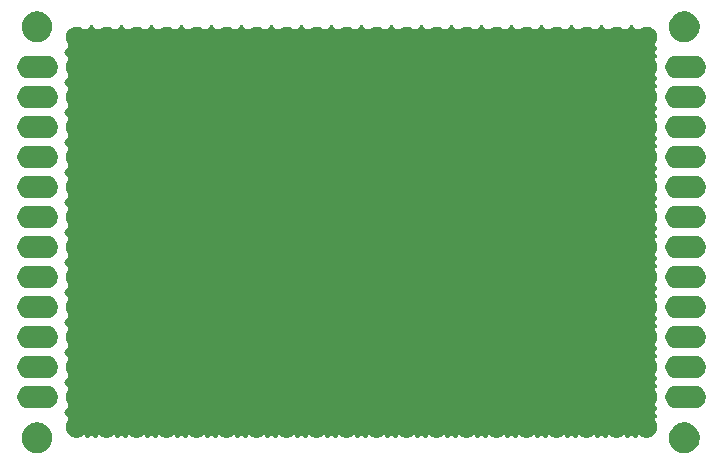
<source format=gbr>
G04 #@! TF.GenerationSoftware,KiCad,Pcbnew,9.0.1*
G04 #@! TF.CreationDate,2025-05-07T00:09:48-04:00*
G04 #@! TF.ProjectId,matrix-protoboard_14x20,6d617472-6978-42d7-9072-6f746f626f61,rev?*
G04 #@! TF.SameCoordinates,Original*
G04 #@! TF.FileFunction,Soldermask,Top*
G04 #@! TF.FilePolarity,Negative*
%FSLAX46Y46*%
G04 Gerber Fmt 4.6, Leading zero omitted, Abs format (unit mm)*
G04 Created by KiCad (PCBNEW 9.0.1) date 2025-05-07 00:09:48*
%MOMM*%
%LPD*%
G01*
G04 APERTURE LIST*
G04 APERTURE END LIST*
G36*
X136503479Y-156735919D02*
G01*
X136697488Y-156798957D01*
X136879248Y-156891568D01*
X137044282Y-157011472D01*
X137188528Y-157155718D01*
X137308432Y-157320752D01*
X137401043Y-157502512D01*
X137464081Y-157696521D01*
X137495993Y-157898003D01*
X137495993Y-158101997D01*
X137464081Y-158303479D01*
X137401043Y-158497488D01*
X137308432Y-158679248D01*
X137188528Y-158844282D01*
X137044282Y-158988528D01*
X136879248Y-159108432D01*
X136697488Y-159201043D01*
X136503479Y-159264081D01*
X136301997Y-159295993D01*
X136098003Y-159295993D01*
X135896521Y-159264081D01*
X135702512Y-159201043D01*
X135520752Y-159108432D01*
X135355718Y-158988528D01*
X135211472Y-158844282D01*
X135091568Y-158679248D01*
X134998957Y-158497488D01*
X134935919Y-158303479D01*
X134904007Y-158101997D01*
X134904007Y-157898003D01*
X134935919Y-157696521D01*
X134998957Y-157502512D01*
X135091568Y-157320752D01*
X135211472Y-157155718D01*
X135355718Y-157011472D01*
X135520752Y-156891568D01*
X135702512Y-156798957D01*
X135896521Y-156735919D01*
X136098003Y-156704007D01*
X136301997Y-156704007D01*
X136503479Y-156735919D01*
G37*
G36*
X191303479Y-156735919D02*
G01*
X191497488Y-156798957D01*
X191679248Y-156891568D01*
X191844282Y-157011472D01*
X191988528Y-157155718D01*
X192108432Y-157320752D01*
X192201043Y-157502512D01*
X192264081Y-157696521D01*
X192295993Y-157898003D01*
X192295993Y-158101997D01*
X192264081Y-158303479D01*
X192201043Y-158497488D01*
X192108432Y-158679248D01*
X191988528Y-158844282D01*
X191844282Y-158988528D01*
X191679248Y-159108432D01*
X191497488Y-159201043D01*
X191303479Y-159264081D01*
X191101997Y-159295993D01*
X190898003Y-159295993D01*
X190696521Y-159264081D01*
X190502512Y-159201043D01*
X190320752Y-159108432D01*
X190155718Y-158988528D01*
X190011472Y-158844282D01*
X189891568Y-158679248D01*
X189798957Y-158497488D01*
X189735919Y-158303479D01*
X189704007Y-158101997D01*
X189704007Y-157898003D01*
X189735919Y-157696521D01*
X189798957Y-157502512D01*
X189891568Y-157320752D01*
X190011472Y-157155718D01*
X190155718Y-157011472D01*
X190320752Y-156891568D01*
X190502512Y-156798957D01*
X190696521Y-156735919D01*
X190898003Y-156704007D01*
X191101997Y-156704007D01*
X191303479Y-156735919D01*
G37*
G36*
X140849082Y-123068846D02*
G01*
X140921176Y-123098714D01*
X140951492Y-123123598D01*
X141202621Y-123374800D01*
X141239369Y-123390028D01*
X141353599Y-123390048D01*
X141353613Y-123390049D01*
X141359956Y-123390051D01*
X141371333Y-123392315D01*
X141407081Y-123396887D01*
X141416487Y-123401304D01*
X141436472Y-123405282D01*
X141444766Y-123410825D01*
X141490285Y-123407404D01*
X141507305Y-123396031D01*
X141509046Y-123394291D01*
X141655743Y-123296271D01*
X141818744Y-123228754D01*
X141991785Y-123194334D01*
X142168215Y-123194334D01*
X142341256Y-123228754D01*
X142504257Y-123296271D01*
X142650954Y-123394291D01*
X142652695Y-123396032D01*
X142669713Y-123407403D01*
X142715230Y-123410825D01*
X142723527Y-123405281D01*
X142743508Y-123401303D01*
X142752913Y-123396888D01*
X142788642Y-123392320D01*
X142800045Y-123390051D01*
X142819275Y-123390047D01*
X142920629Y-123390029D01*
X142957378Y-123374800D01*
X143204827Y-123127281D01*
X143204827Y-123127280D01*
X143208507Y-123123600D01*
X143238824Y-123098714D01*
X143310917Y-123068846D01*
X143349951Y-123065000D01*
X143350050Y-123065000D01*
X143389082Y-123068846D01*
X143461176Y-123098714D01*
X143491492Y-123123598D01*
X143742621Y-123374800D01*
X143779369Y-123390028D01*
X143893599Y-123390048D01*
X143893613Y-123390049D01*
X143899956Y-123390051D01*
X143911333Y-123392315D01*
X143947081Y-123396887D01*
X143956487Y-123401304D01*
X143976472Y-123405282D01*
X143984766Y-123410825D01*
X144030285Y-123407404D01*
X144047305Y-123396031D01*
X144049046Y-123394291D01*
X144195743Y-123296271D01*
X144358744Y-123228754D01*
X144531785Y-123194334D01*
X144708215Y-123194334D01*
X144881256Y-123228754D01*
X145044257Y-123296271D01*
X145190954Y-123394291D01*
X145192695Y-123396032D01*
X145209713Y-123407403D01*
X145255230Y-123410825D01*
X145263527Y-123405281D01*
X145283508Y-123401303D01*
X145292913Y-123396888D01*
X145328642Y-123392320D01*
X145340045Y-123390051D01*
X145359275Y-123390047D01*
X145460629Y-123390029D01*
X145497378Y-123374800D01*
X145744827Y-123127281D01*
X145744827Y-123127280D01*
X145748507Y-123123600D01*
X145778824Y-123098714D01*
X145850917Y-123068846D01*
X145889951Y-123065000D01*
X145890050Y-123065000D01*
X145929082Y-123068846D01*
X146001176Y-123098714D01*
X146031492Y-123123598D01*
X146282621Y-123374800D01*
X146319369Y-123390028D01*
X146433599Y-123390048D01*
X146433613Y-123390049D01*
X146439956Y-123390051D01*
X146451333Y-123392315D01*
X146487081Y-123396887D01*
X146496487Y-123401304D01*
X146516472Y-123405282D01*
X146524766Y-123410825D01*
X146570285Y-123407404D01*
X146587305Y-123396031D01*
X146589046Y-123394291D01*
X146735743Y-123296271D01*
X146898744Y-123228754D01*
X147071785Y-123194334D01*
X147248215Y-123194334D01*
X147421256Y-123228754D01*
X147584257Y-123296271D01*
X147730954Y-123394291D01*
X147732695Y-123396032D01*
X147749713Y-123407403D01*
X147795230Y-123410825D01*
X147803527Y-123405281D01*
X147823508Y-123401303D01*
X147832913Y-123396888D01*
X147868642Y-123392320D01*
X147880045Y-123390051D01*
X147899275Y-123390047D01*
X148000629Y-123390029D01*
X148037378Y-123374800D01*
X148284827Y-123127281D01*
X148284827Y-123127280D01*
X148288507Y-123123600D01*
X148318824Y-123098714D01*
X148390917Y-123068846D01*
X148429951Y-123065000D01*
X148430050Y-123065000D01*
X148469082Y-123068846D01*
X148541176Y-123098714D01*
X148571492Y-123123598D01*
X148822621Y-123374800D01*
X148859369Y-123390028D01*
X148973599Y-123390048D01*
X148973613Y-123390049D01*
X148979956Y-123390051D01*
X148991333Y-123392315D01*
X149027081Y-123396887D01*
X149036487Y-123401304D01*
X149056472Y-123405282D01*
X149064766Y-123410825D01*
X149110285Y-123407404D01*
X149127305Y-123396031D01*
X149129046Y-123394291D01*
X149275743Y-123296271D01*
X149438744Y-123228754D01*
X149611785Y-123194334D01*
X149788215Y-123194334D01*
X149961256Y-123228754D01*
X150124257Y-123296271D01*
X150270954Y-123394291D01*
X150272695Y-123396032D01*
X150289713Y-123407403D01*
X150335230Y-123410825D01*
X150343527Y-123405281D01*
X150363508Y-123401303D01*
X150372913Y-123396888D01*
X150408642Y-123392320D01*
X150420045Y-123390051D01*
X150439275Y-123390047D01*
X150540629Y-123390029D01*
X150577378Y-123374800D01*
X150824827Y-123127281D01*
X150824827Y-123127280D01*
X150828507Y-123123600D01*
X150858824Y-123098714D01*
X150930917Y-123068846D01*
X150969951Y-123065000D01*
X150970050Y-123065000D01*
X151009082Y-123068846D01*
X151081176Y-123098714D01*
X151111492Y-123123598D01*
X151362621Y-123374800D01*
X151399369Y-123390028D01*
X151513599Y-123390048D01*
X151513613Y-123390049D01*
X151519956Y-123390051D01*
X151531333Y-123392315D01*
X151567081Y-123396887D01*
X151576487Y-123401304D01*
X151596472Y-123405282D01*
X151604766Y-123410825D01*
X151650285Y-123407404D01*
X151667305Y-123396031D01*
X151669046Y-123394291D01*
X151815743Y-123296271D01*
X151978744Y-123228754D01*
X152151785Y-123194334D01*
X152328215Y-123194334D01*
X152501256Y-123228754D01*
X152664257Y-123296271D01*
X152810954Y-123394291D01*
X152812695Y-123396032D01*
X152829713Y-123407403D01*
X152875230Y-123410825D01*
X152883527Y-123405281D01*
X152903508Y-123401303D01*
X152912913Y-123396888D01*
X152948642Y-123392320D01*
X152960045Y-123390051D01*
X152979275Y-123390047D01*
X153080629Y-123390029D01*
X153117378Y-123374800D01*
X153364827Y-123127281D01*
X153364827Y-123127280D01*
X153368507Y-123123600D01*
X153398824Y-123098714D01*
X153470917Y-123068846D01*
X153509951Y-123065000D01*
X153510050Y-123065000D01*
X153549082Y-123068846D01*
X153621176Y-123098714D01*
X153651492Y-123123598D01*
X153902621Y-123374800D01*
X153939369Y-123390028D01*
X154053599Y-123390048D01*
X154053613Y-123390049D01*
X154059956Y-123390051D01*
X154071333Y-123392315D01*
X154107081Y-123396887D01*
X154116487Y-123401304D01*
X154136472Y-123405282D01*
X154144766Y-123410825D01*
X154190285Y-123407404D01*
X154207305Y-123396031D01*
X154209046Y-123394291D01*
X154355743Y-123296271D01*
X154518744Y-123228754D01*
X154691785Y-123194334D01*
X154868215Y-123194334D01*
X155041256Y-123228754D01*
X155204257Y-123296271D01*
X155350954Y-123394291D01*
X155352695Y-123396032D01*
X155369713Y-123407403D01*
X155415230Y-123410825D01*
X155423527Y-123405281D01*
X155443508Y-123401303D01*
X155452913Y-123396888D01*
X155488642Y-123392320D01*
X155500045Y-123390051D01*
X155519275Y-123390047D01*
X155620629Y-123390029D01*
X155657378Y-123374800D01*
X155904827Y-123127281D01*
X155904827Y-123127280D01*
X155908507Y-123123600D01*
X155938824Y-123098714D01*
X156010917Y-123068846D01*
X156049951Y-123065000D01*
X156050050Y-123065000D01*
X156089082Y-123068846D01*
X156161176Y-123098714D01*
X156191492Y-123123598D01*
X156442621Y-123374800D01*
X156479369Y-123390028D01*
X156593599Y-123390048D01*
X156593613Y-123390049D01*
X156599956Y-123390051D01*
X156611333Y-123392315D01*
X156647081Y-123396887D01*
X156656487Y-123401304D01*
X156676472Y-123405282D01*
X156684766Y-123410825D01*
X156730285Y-123407404D01*
X156747305Y-123396031D01*
X156749046Y-123394291D01*
X156895743Y-123296271D01*
X157058744Y-123228754D01*
X157231785Y-123194334D01*
X157408215Y-123194334D01*
X157581256Y-123228754D01*
X157744257Y-123296271D01*
X157890954Y-123394291D01*
X157892695Y-123396032D01*
X157909713Y-123407403D01*
X157955230Y-123410825D01*
X157963527Y-123405281D01*
X157983508Y-123401303D01*
X157992913Y-123396888D01*
X158028642Y-123392320D01*
X158040045Y-123390051D01*
X158059275Y-123390047D01*
X158160629Y-123390029D01*
X158197378Y-123374800D01*
X158444827Y-123127281D01*
X158444827Y-123127280D01*
X158448507Y-123123600D01*
X158478824Y-123098714D01*
X158550917Y-123068846D01*
X158589951Y-123065000D01*
X158590050Y-123065000D01*
X158629082Y-123068846D01*
X158701176Y-123098714D01*
X158731492Y-123123598D01*
X158982621Y-123374800D01*
X159019369Y-123390028D01*
X159133599Y-123390048D01*
X159133613Y-123390049D01*
X159139956Y-123390051D01*
X159151333Y-123392315D01*
X159187081Y-123396887D01*
X159196487Y-123401304D01*
X159216472Y-123405282D01*
X159224766Y-123410825D01*
X159270285Y-123407404D01*
X159287305Y-123396031D01*
X159289046Y-123394291D01*
X159435743Y-123296271D01*
X159598744Y-123228754D01*
X159771785Y-123194334D01*
X159948215Y-123194334D01*
X160121256Y-123228754D01*
X160284257Y-123296271D01*
X160430954Y-123394291D01*
X160432695Y-123396032D01*
X160449713Y-123407403D01*
X160495230Y-123410825D01*
X160503527Y-123405281D01*
X160523508Y-123401303D01*
X160532913Y-123396888D01*
X160568642Y-123392320D01*
X160580045Y-123390051D01*
X160599275Y-123390047D01*
X160700629Y-123390029D01*
X160737378Y-123374800D01*
X160984827Y-123127281D01*
X160984827Y-123127280D01*
X160988507Y-123123600D01*
X161018824Y-123098714D01*
X161090917Y-123068846D01*
X161129951Y-123065000D01*
X161130050Y-123065000D01*
X161169082Y-123068846D01*
X161241176Y-123098714D01*
X161271492Y-123123598D01*
X161522621Y-123374800D01*
X161559369Y-123390028D01*
X161673599Y-123390048D01*
X161673613Y-123390049D01*
X161679956Y-123390051D01*
X161691333Y-123392315D01*
X161727081Y-123396887D01*
X161736487Y-123401304D01*
X161756472Y-123405282D01*
X161764766Y-123410825D01*
X161810285Y-123407404D01*
X161827305Y-123396031D01*
X161829046Y-123394291D01*
X161975743Y-123296271D01*
X162138744Y-123228754D01*
X162311785Y-123194334D01*
X162488215Y-123194334D01*
X162661256Y-123228754D01*
X162824257Y-123296271D01*
X162970954Y-123394291D01*
X162972695Y-123396032D01*
X162989713Y-123407403D01*
X163035230Y-123410825D01*
X163043527Y-123405281D01*
X163063508Y-123401303D01*
X163072913Y-123396888D01*
X163108642Y-123392320D01*
X163120045Y-123390051D01*
X163139275Y-123390047D01*
X163240629Y-123390029D01*
X163277378Y-123374800D01*
X163524827Y-123127281D01*
X163524827Y-123127280D01*
X163528507Y-123123600D01*
X163558824Y-123098714D01*
X163630917Y-123068846D01*
X163669951Y-123065000D01*
X163670050Y-123065000D01*
X163709082Y-123068846D01*
X163781176Y-123098714D01*
X163811492Y-123123598D01*
X164062621Y-123374800D01*
X164099369Y-123390028D01*
X164213599Y-123390048D01*
X164213613Y-123390049D01*
X164219956Y-123390051D01*
X164231333Y-123392315D01*
X164267081Y-123396887D01*
X164276487Y-123401304D01*
X164296472Y-123405282D01*
X164304766Y-123410825D01*
X164350285Y-123407404D01*
X164367305Y-123396031D01*
X164369046Y-123394291D01*
X164515743Y-123296271D01*
X164678744Y-123228754D01*
X164851785Y-123194334D01*
X165028215Y-123194334D01*
X165201256Y-123228754D01*
X165364257Y-123296271D01*
X165510954Y-123394291D01*
X165512695Y-123396032D01*
X165529713Y-123407403D01*
X165575230Y-123410825D01*
X165583527Y-123405281D01*
X165603508Y-123401303D01*
X165612913Y-123396888D01*
X165648642Y-123392320D01*
X165660045Y-123390051D01*
X165679275Y-123390047D01*
X165780629Y-123390029D01*
X165817378Y-123374800D01*
X166064827Y-123127281D01*
X166064827Y-123127280D01*
X166068507Y-123123600D01*
X166098824Y-123098714D01*
X166170917Y-123068846D01*
X166209951Y-123065000D01*
X166210050Y-123065000D01*
X166249082Y-123068846D01*
X166321176Y-123098714D01*
X166351492Y-123123598D01*
X166602621Y-123374800D01*
X166639369Y-123390028D01*
X166753599Y-123390048D01*
X166753613Y-123390049D01*
X166759956Y-123390051D01*
X166771333Y-123392315D01*
X166807081Y-123396887D01*
X166816487Y-123401304D01*
X166836472Y-123405282D01*
X166844766Y-123410825D01*
X166890285Y-123407404D01*
X166907305Y-123396031D01*
X166909046Y-123394291D01*
X167055743Y-123296271D01*
X167218744Y-123228754D01*
X167391785Y-123194334D01*
X167568215Y-123194334D01*
X167741256Y-123228754D01*
X167904257Y-123296271D01*
X168050954Y-123394291D01*
X168052695Y-123396032D01*
X168069713Y-123407403D01*
X168115230Y-123410825D01*
X168123527Y-123405281D01*
X168143508Y-123401303D01*
X168152913Y-123396888D01*
X168188642Y-123392320D01*
X168200045Y-123390051D01*
X168219275Y-123390047D01*
X168320629Y-123390029D01*
X168357378Y-123374800D01*
X168604827Y-123127281D01*
X168604827Y-123127280D01*
X168608507Y-123123600D01*
X168638824Y-123098714D01*
X168710917Y-123068846D01*
X168749951Y-123065000D01*
X168750050Y-123065000D01*
X168789082Y-123068846D01*
X168861176Y-123098714D01*
X168891492Y-123123598D01*
X169142621Y-123374800D01*
X169179369Y-123390028D01*
X169293599Y-123390048D01*
X169293613Y-123390049D01*
X169299956Y-123390051D01*
X169311333Y-123392315D01*
X169347081Y-123396887D01*
X169356487Y-123401304D01*
X169376472Y-123405282D01*
X169384766Y-123410825D01*
X169430285Y-123407404D01*
X169447305Y-123396031D01*
X169449046Y-123394291D01*
X169595743Y-123296271D01*
X169758744Y-123228754D01*
X169931785Y-123194334D01*
X170108215Y-123194334D01*
X170281256Y-123228754D01*
X170444257Y-123296271D01*
X170590954Y-123394291D01*
X170592695Y-123396032D01*
X170609713Y-123407403D01*
X170655230Y-123410825D01*
X170663527Y-123405281D01*
X170683508Y-123401303D01*
X170692913Y-123396888D01*
X170728642Y-123392320D01*
X170740045Y-123390051D01*
X170759275Y-123390047D01*
X170860629Y-123390029D01*
X170897378Y-123374800D01*
X171144827Y-123127281D01*
X171144827Y-123127280D01*
X171148507Y-123123600D01*
X171178824Y-123098714D01*
X171250917Y-123068846D01*
X171289951Y-123065000D01*
X171290050Y-123065000D01*
X171329082Y-123068846D01*
X171401176Y-123098714D01*
X171431492Y-123123598D01*
X171682621Y-123374800D01*
X171719369Y-123390028D01*
X171833599Y-123390048D01*
X171833613Y-123390049D01*
X171839956Y-123390051D01*
X171851333Y-123392315D01*
X171887081Y-123396887D01*
X171896487Y-123401304D01*
X171916472Y-123405282D01*
X171924766Y-123410825D01*
X171970285Y-123407404D01*
X171987305Y-123396031D01*
X171989046Y-123394291D01*
X172135743Y-123296271D01*
X172298744Y-123228754D01*
X172471785Y-123194334D01*
X172648215Y-123194334D01*
X172821256Y-123228754D01*
X172984257Y-123296271D01*
X173130954Y-123394291D01*
X173132695Y-123396032D01*
X173149713Y-123407403D01*
X173195230Y-123410825D01*
X173203527Y-123405281D01*
X173223508Y-123401303D01*
X173232913Y-123396888D01*
X173268642Y-123392320D01*
X173280045Y-123390051D01*
X173299275Y-123390047D01*
X173400629Y-123390029D01*
X173437378Y-123374800D01*
X173684827Y-123127281D01*
X173684827Y-123127280D01*
X173688507Y-123123600D01*
X173718824Y-123098714D01*
X173790917Y-123068846D01*
X173829951Y-123065000D01*
X173830050Y-123065000D01*
X173869082Y-123068846D01*
X173941176Y-123098714D01*
X173971492Y-123123598D01*
X174222621Y-123374800D01*
X174259369Y-123390028D01*
X174373599Y-123390048D01*
X174373613Y-123390049D01*
X174379956Y-123390051D01*
X174391333Y-123392315D01*
X174427081Y-123396887D01*
X174436487Y-123401304D01*
X174456472Y-123405282D01*
X174464766Y-123410825D01*
X174510285Y-123407404D01*
X174527305Y-123396031D01*
X174529046Y-123394291D01*
X174675743Y-123296271D01*
X174838744Y-123228754D01*
X175011785Y-123194334D01*
X175188215Y-123194334D01*
X175361256Y-123228754D01*
X175524257Y-123296271D01*
X175670954Y-123394291D01*
X175672695Y-123396032D01*
X175689713Y-123407403D01*
X175735230Y-123410825D01*
X175743527Y-123405281D01*
X175763508Y-123401303D01*
X175772913Y-123396888D01*
X175808642Y-123392320D01*
X175820045Y-123390051D01*
X175839275Y-123390047D01*
X175940629Y-123390029D01*
X175977378Y-123374800D01*
X176224827Y-123127281D01*
X176224827Y-123127280D01*
X176228507Y-123123600D01*
X176258824Y-123098714D01*
X176330917Y-123068846D01*
X176369951Y-123065000D01*
X176370050Y-123065000D01*
X176409082Y-123068846D01*
X176481176Y-123098714D01*
X176511492Y-123123598D01*
X176762621Y-123374800D01*
X176799369Y-123390028D01*
X176913599Y-123390048D01*
X176913613Y-123390049D01*
X176919956Y-123390051D01*
X176931333Y-123392315D01*
X176967081Y-123396887D01*
X176976487Y-123401304D01*
X176996472Y-123405282D01*
X177004766Y-123410825D01*
X177050285Y-123407404D01*
X177067305Y-123396031D01*
X177069046Y-123394291D01*
X177215743Y-123296271D01*
X177378744Y-123228754D01*
X177551785Y-123194334D01*
X177728215Y-123194334D01*
X177901256Y-123228754D01*
X178064257Y-123296271D01*
X178210954Y-123394291D01*
X178212695Y-123396032D01*
X178229713Y-123407403D01*
X178275230Y-123410825D01*
X178283527Y-123405281D01*
X178303508Y-123401303D01*
X178312913Y-123396888D01*
X178348642Y-123392320D01*
X178360045Y-123390051D01*
X178379275Y-123390047D01*
X178480629Y-123390029D01*
X178517378Y-123374800D01*
X178764827Y-123127281D01*
X178764827Y-123127280D01*
X178768507Y-123123600D01*
X178798824Y-123098714D01*
X178870917Y-123068846D01*
X178909951Y-123065000D01*
X178910050Y-123065000D01*
X178949082Y-123068846D01*
X179021176Y-123098714D01*
X179051492Y-123123598D01*
X179302621Y-123374800D01*
X179339369Y-123390028D01*
X179453599Y-123390048D01*
X179453613Y-123390049D01*
X179459956Y-123390051D01*
X179471333Y-123392315D01*
X179507081Y-123396887D01*
X179516487Y-123401304D01*
X179536472Y-123405282D01*
X179544766Y-123410825D01*
X179590285Y-123407404D01*
X179607305Y-123396031D01*
X179609046Y-123394291D01*
X179755743Y-123296271D01*
X179918744Y-123228754D01*
X180091785Y-123194334D01*
X180268215Y-123194334D01*
X180441256Y-123228754D01*
X180604257Y-123296271D01*
X180750954Y-123394291D01*
X180752695Y-123396032D01*
X180769713Y-123407403D01*
X180815230Y-123410825D01*
X180823527Y-123405281D01*
X180843508Y-123401303D01*
X180852913Y-123396888D01*
X180888642Y-123392320D01*
X180900045Y-123390051D01*
X180919275Y-123390047D01*
X181020629Y-123390029D01*
X181057378Y-123374800D01*
X181304827Y-123127281D01*
X181304827Y-123127280D01*
X181308507Y-123123600D01*
X181338824Y-123098714D01*
X181410917Y-123068846D01*
X181449951Y-123065000D01*
X181450050Y-123065000D01*
X181489082Y-123068846D01*
X181561176Y-123098714D01*
X181591492Y-123123598D01*
X181842621Y-123374800D01*
X181879369Y-123390028D01*
X181993599Y-123390048D01*
X181993613Y-123390049D01*
X181999956Y-123390051D01*
X182011333Y-123392315D01*
X182047081Y-123396887D01*
X182056487Y-123401304D01*
X182076472Y-123405282D01*
X182084766Y-123410825D01*
X182130285Y-123407404D01*
X182147305Y-123396031D01*
X182149046Y-123394291D01*
X182295743Y-123296271D01*
X182458744Y-123228754D01*
X182631785Y-123194334D01*
X182808215Y-123194334D01*
X182981256Y-123228754D01*
X183144257Y-123296271D01*
X183290954Y-123394291D01*
X183292695Y-123396032D01*
X183309713Y-123407403D01*
X183355230Y-123410825D01*
X183363527Y-123405281D01*
X183383508Y-123401303D01*
X183392913Y-123396888D01*
X183428642Y-123392320D01*
X183440045Y-123390051D01*
X183459275Y-123390047D01*
X183560629Y-123390029D01*
X183597378Y-123374800D01*
X183844827Y-123127281D01*
X183844827Y-123127280D01*
X183848507Y-123123600D01*
X183878824Y-123098714D01*
X183950917Y-123068846D01*
X183989951Y-123065000D01*
X183990050Y-123065000D01*
X184029082Y-123068846D01*
X184101176Y-123098714D01*
X184131492Y-123123598D01*
X184382621Y-123374800D01*
X184419369Y-123390028D01*
X184533599Y-123390048D01*
X184533613Y-123390049D01*
X184539956Y-123390051D01*
X184551333Y-123392315D01*
X184587081Y-123396887D01*
X184596487Y-123401304D01*
X184616472Y-123405282D01*
X184624766Y-123410825D01*
X184670285Y-123407404D01*
X184687305Y-123396031D01*
X184689046Y-123394291D01*
X184835743Y-123296271D01*
X184998744Y-123228754D01*
X185171785Y-123194334D01*
X185348215Y-123194334D01*
X185521256Y-123228754D01*
X185684257Y-123296271D01*
X185830954Y-123394291D01*
X185832695Y-123396032D01*
X185849713Y-123407403D01*
X185895230Y-123410825D01*
X185903527Y-123405281D01*
X185923508Y-123401303D01*
X185932913Y-123396888D01*
X185968642Y-123392320D01*
X185980045Y-123390051D01*
X185999275Y-123390047D01*
X186100629Y-123390029D01*
X186137378Y-123374800D01*
X186384827Y-123127281D01*
X186384827Y-123127280D01*
X186388507Y-123123600D01*
X186418824Y-123098714D01*
X186490917Y-123068846D01*
X186529951Y-123065000D01*
X186530050Y-123065000D01*
X186569082Y-123068846D01*
X186641176Y-123098714D01*
X186671492Y-123123598D01*
X186922621Y-123374800D01*
X186959369Y-123390028D01*
X187073599Y-123390048D01*
X187073613Y-123390049D01*
X187079956Y-123390051D01*
X187091333Y-123392315D01*
X187127081Y-123396887D01*
X187136487Y-123401304D01*
X187156472Y-123405282D01*
X187164766Y-123410825D01*
X187210285Y-123407404D01*
X187227305Y-123396031D01*
X187229046Y-123394291D01*
X187375743Y-123296271D01*
X187538744Y-123228754D01*
X187711785Y-123194334D01*
X187888215Y-123194334D01*
X188061256Y-123228754D01*
X188224257Y-123296271D01*
X188370954Y-123394291D01*
X188495709Y-123519046D01*
X188593729Y-123665743D01*
X188661246Y-123828744D01*
X188695666Y-124001785D01*
X188695666Y-124178215D01*
X188661246Y-124351256D01*
X188593729Y-124514257D01*
X188495709Y-124660954D01*
X188493964Y-124662698D01*
X188482595Y-124679714D01*
X188479173Y-124725229D01*
X188484719Y-124733527D01*
X188488697Y-124753518D01*
X188493109Y-124762912D01*
X188494823Y-124776329D01*
X188525035Y-124817815D01*
X188559039Y-124833781D01*
X188579034Y-124837762D01*
X188606242Y-124855946D01*
X188618291Y-124861604D01*
X188624607Y-124868220D01*
X188643914Y-124881124D01*
X188660204Y-124905510D01*
X188668602Y-124914307D01*
X188672713Y-124924235D01*
X188687261Y-124946013D01*
X188692367Y-124971698D01*
X188696479Y-124981627D01*
X188696758Y-124993784D01*
X188702478Y-125022551D01*
X188697944Y-125045329D01*
X188698155Y-125054473D01*
X188693633Y-125066990D01*
X188687246Y-125099087D01*
X188675917Y-125116039D01*
X188672393Y-125125798D01*
X188650379Y-125154256D01*
X188643900Y-125163953D01*
X188484272Y-125323580D01*
X188484272Y-125406420D01*
X188643899Y-125566048D01*
X188650360Y-125575716D01*
X188672393Y-125604199D01*
X188675920Y-125613964D01*
X188687246Y-125630913D01*
X188693633Y-125663010D01*
X188698155Y-125675528D01*
X188697944Y-125684670D01*
X188702478Y-125707449D01*
X188696759Y-125736210D01*
X188696480Y-125748373D01*
X188692366Y-125758305D01*
X188687261Y-125783987D01*
X188672715Y-125805761D01*
X188668603Y-125815692D01*
X188660204Y-125824489D01*
X188643914Y-125848876D01*
X188624604Y-125861781D01*
X188618290Y-125868396D01*
X188606244Y-125874052D01*
X188579034Y-125892238D01*
X188559037Y-125896218D01*
X188527965Y-125910809D01*
X188503223Y-125935549D01*
X188488696Y-125966484D01*
X188484718Y-125986472D01*
X188479174Y-125994766D01*
X188482595Y-126040285D01*
X188493966Y-126057303D01*
X188495709Y-126059046D01*
X188593729Y-126205743D01*
X188661246Y-126368744D01*
X188695666Y-126541785D01*
X188695666Y-126718215D01*
X188661246Y-126891256D01*
X188593729Y-127054257D01*
X188495709Y-127200954D01*
X188493964Y-127202698D01*
X188482595Y-127219714D01*
X188479173Y-127265229D01*
X188484719Y-127273527D01*
X188488697Y-127293518D01*
X188493109Y-127302912D01*
X188494823Y-127316329D01*
X188525035Y-127357815D01*
X188559039Y-127373781D01*
X188579034Y-127377762D01*
X188606242Y-127395946D01*
X188618291Y-127401604D01*
X188624607Y-127408220D01*
X188643914Y-127421124D01*
X188660204Y-127445510D01*
X188668602Y-127454307D01*
X188672713Y-127464235D01*
X188687261Y-127486013D01*
X188692367Y-127511698D01*
X188696479Y-127521627D01*
X188696758Y-127533784D01*
X188702478Y-127562551D01*
X188697944Y-127585329D01*
X188698155Y-127594473D01*
X188693633Y-127606990D01*
X188687246Y-127639087D01*
X188675917Y-127656039D01*
X188672393Y-127665798D01*
X188650379Y-127694256D01*
X188643900Y-127703953D01*
X188484272Y-127863580D01*
X188484272Y-127946420D01*
X188643899Y-128106048D01*
X188650360Y-128115716D01*
X188672393Y-128144199D01*
X188675920Y-128153964D01*
X188687246Y-128170913D01*
X188693633Y-128203010D01*
X188698155Y-128215528D01*
X188697944Y-128224670D01*
X188702478Y-128247449D01*
X188696759Y-128276210D01*
X188696480Y-128288373D01*
X188692366Y-128298305D01*
X188687261Y-128323987D01*
X188672715Y-128345761D01*
X188668603Y-128355692D01*
X188660204Y-128364489D01*
X188643914Y-128388876D01*
X188624604Y-128401781D01*
X188618290Y-128408396D01*
X188606244Y-128414052D01*
X188579034Y-128432238D01*
X188559037Y-128436218D01*
X188527965Y-128450809D01*
X188503223Y-128475549D01*
X188488696Y-128506484D01*
X188484718Y-128526472D01*
X188479174Y-128534766D01*
X188482595Y-128580285D01*
X188493966Y-128597303D01*
X188495709Y-128599046D01*
X188593729Y-128745743D01*
X188661246Y-128908744D01*
X188695666Y-129081785D01*
X188695666Y-129258215D01*
X188661246Y-129431256D01*
X188593729Y-129594257D01*
X188495709Y-129740954D01*
X188493964Y-129742698D01*
X188482595Y-129759714D01*
X188479173Y-129805229D01*
X188484719Y-129813527D01*
X188488697Y-129833518D01*
X188493109Y-129842912D01*
X188494823Y-129856329D01*
X188525035Y-129897815D01*
X188559039Y-129913781D01*
X188579034Y-129917762D01*
X188606242Y-129935946D01*
X188618291Y-129941604D01*
X188624607Y-129948220D01*
X188643914Y-129961124D01*
X188660204Y-129985510D01*
X188668602Y-129994307D01*
X188672713Y-130004235D01*
X188687261Y-130026013D01*
X188692367Y-130051698D01*
X188696479Y-130061627D01*
X188696758Y-130073784D01*
X188702478Y-130102551D01*
X188697944Y-130125329D01*
X188698155Y-130134473D01*
X188693633Y-130146990D01*
X188687246Y-130179087D01*
X188675917Y-130196039D01*
X188672393Y-130205798D01*
X188650379Y-130234256D01*
X188643900Y-130243953D01*
X188484272Y-130403580D01*
X188484272Y-130486420D01*
X188643899Y-130646048D01*
X188650360Y-130655716D01*
X188672393Y-130684199D01*
X188675920Y-130693964D01*
X188687246Y-130710913D01*
X188693633Y-130743010D01*
X188698155Y-130755528D01*
X188697944Y-130764670D01*
X188702478Y-130787449D01*
X188696759Y-130816210D01*
X188696480Y-130828373D01*
X188692366Y-130838305D01*
X188687261Y-130863987D01*
X188672715Y-130885761D01*
X188668603Y-130895692D01*
X188660204Y-130904489D01*
X188643914Y-130928876D01*
X188624604Y-130941781D01*
X188618290Y-130948396D01*
X188606244Y-130954052D01*
X188579034Y-130972238D01*
X188559037Y-130976218D01*
X188527965Y-130990809D01*
X188503223Y-131015549D01*
X188488696Y-131046484D01*
X188484718Y-131066472D01*
X188479174Y-131074766D01*
X188482595Y-131120285D01*
X188493966Y-131137303D01*
X188495709Y-131139046D01*
X188593729Y-131285743D01*
X188661246Y-131448744D01*
X188695666Y-131621785D01*
X188695666Y-131798215D01*
X188661246Y-131971256D01*
X188593729Y-132134257D01*
X188495709Y-132280954D01*
X188493964Y-132282698D01*
X188482595Y-132299714D01*
X188479173Y-132345229D01*
X188484719Y-132353527D01*
X188488697Y-132373518D01*
X188493109Y-132382912D01*
X188494823Y-132396329D01*
X188525035Y-132437815D01*
X188559039Y-132453781D01*
X188579034Y-132457762D01*
X188606242Y-132475946D01*
X188618291Y-132481604D01*
X188624607Y-132488220D01*
X188643914Y-132501124D01*
X188660204Y-132525510D01*
X188668602Y-132534307D01*
X188672713Y-132544235D01*
X188687261Y-132566013D01*
X188692367Y-132591698D01*
X188696479Y-132601627D01*
X188696758Y-132613784D01*
X188702478Y-132642551D01*
X188697944Y-132665329D01*
X188698155Y-132674473D01*
X188693633Y-132686990D01*
X188687246Y-132719087D01*
X188675917Y-132736039D01*
X188672393Y-132745798D01*
X188650379Y-132774256D01*
X188643900Y-132783953D01*
X188484272Y-132943580D01*
X188484272Y-133026420D01*
X188643899Y-133186048D01*
X188650360Y-133195716D01*
X188672393Y-133224199D01*
X188675920Y-133233964D01*
X188687246Y-133250913D01*
X188693633Y-133283010D01*
X188698155Y-133295528D01*
X188697944Y-133304670D01*
X188702478Y-133327449D01*
X188696759Y-133356210D01*
X188696480Y-133368373D01*
X188692366Y-133378305D01*
X188687261Y-133403987D01*
X188672715Y-133425761D01*
X188668603Y-133435692D01*
X188660204Y-133444489D01*
X188643914Y-133468876D01*
X188624604Y-133481781D01*
X188618290Y-133488396D01*
X188606244Y-133494052D01*
X188579034Y-133512238D01*
X188559037Y-133516218D01*
X188527965Y-133530809D01*
X188503223Y-133555549D01*
X188488696Y-133586484D01*
X188484718Y-133606472D01*
X188479174Y-133614766D01*
X188482595Y-133660285D01*
X188493966Y-133677303D01*
X188495709Y-133679046D01*
X188593729Y-133825743D01*
X188661246Y-133988744D01*
X188695666Y-134161785D01*
X188695666Y-134338215D01*
X188661246Y-134511256D01*
X188593729Y-134674257D01*
X188495709Y-134820954D01*
X188493964Y-134822698D01*
X188482595Y-134839714D01*
X188479173Y-134885229D01*
X188484719Y-134893527D01*
X188488697Y-134913518D01*
X188493109Y-134922912D01*
X188494823Y-134936329D01*
X188525035Y-134977815D01*
X188559039Y-134993781D01*
X188579034Y-134997762D01*
X188606242Y-135015946D01*
X188618291Y-135021604D01*
X188624607Y-135028220D01*
X188643914Y-135041124D01*
X188660204Y-135065510D01*
X188668602Y-135074307D01*
X188672713Y-135084235D01*
X188687261Y-135106013D01*
X188692367Y-135131698D01*
X188696479Y-135141627D01*
X188696758Y-135153784D01*
X188702478Y-135182551D01*
X188697944Y-135205329D01*
X188698155Y-135214473D01*
X188693633Y-135226990D01*
X188687246Y-135259087D01*
X188675917Y-135276039D01*
X188672393Y-135285798D01*
X188650379Y-135314256D01*
X188643900Y-135323953D01*
X188484272Y-135483580D01*
X188484272Y-135566420D01*
X188643899Y-135726048D01*
X188650360Y-135735716D01*
X188672393Y-135764199D01*
X188675920Y-135773964D01*
X188687246Y-135790913D01*
X188693633Y-135823010D01*
X188698155Y-135835528D01*
X188697944Y-135844670D01*
X188702478Y-135867449D01*
X188696759Y-135896210D01*
X188696480Y-135908373D01*
X188692366Y-135918305D01*
X188687261Y-135943987D01*
X188672715Y-135965761D01*
X188668603Y-135975692D01*
X188660204Y-135984489D01*
X188643914Y-136008876D01*
X188624604Y-136021781D01*
X188618290Y-136028396D01*
X188606244Y-136034052D01*
X188579034Y-136052238D01*
X188559037Y-136056218D01*
X188527965Y-136070809D01*
X188503223Y-136095549D01*
X188488696Y-136126484D01*
X188484718Y-136146472D01*
X188479174Y-136154766D01*
X188482595Y-136200285D01*
X188493966Y-136217303D01*
X188495709Y-136219046D01*
X188593729Y-136365743D01*
X188661246Y-136528744D01*
X188695666Y-136701785D01*
X188695666Y-136878215D01*
X188661246Y-137051256D01*
X188593729Y-137214257D01*
X188495709Y-137360954D01*
X188493964Y-137362698D01*
X188482595Y-137379714D01*
X188479173Y-137425229D01*
X188484719Y-137433527D01*
X188488697Y-137453518D01*
X188493109Y-137462912D01*
X188494823Y-137476329D01*
X188525035Y-137517815D01*
X188559039Y-137533781D01*
X188579034Y-137537762D01*
X188606242Y-137555946D01*
X188618291Y-137561604D01*
X188624607Y-137568220D01*
X188643914Y-137581124D01*
X188660204Y-137605510D01*
X188668602Y-137614307D01*
X188672713Y-137624235D01*
X188687261Y-137646013D01*
X188692367Y-137671698D01*
X188696479Y-137681627D01*
X188696758Y-137693784D01*
X188702478Y-137722551D01*
X188697944Y-137745329D01*
X188698155Y-137754473D01*
X188693633Y-137766990D01*
X188687246Y-137799087D01*
X188675917Y-137816039D01*
X188672393Y-137825798D01*
X188650379Y-137854256D01*
X188643900Y-137863953D01*
X188484272Y-138023580D01*
X188484272Y-138106420D01*
X188643899Y-138266048D01*
X188650360Y-138275716D01*
X188672393Y-138304199D01*
X188675920Y-138313964D01*
X188687246Y-138330913D01*
X188693633Y-138363010D01*
X188698155Y-138375528D01*
X188697944Y-138384670D01*
X188702478Y-138407449D01*
X188696759Y-138436210D01*
X188696480Y-138448373D01*
X188692366Y-138458305D01*
X188687261Y-138483987D01*
X188672715Y-138505761D01*
X188668603Y-138515692D01*
X188660204Y-138524489D01*
X188643914Y-138548876D01*
X188624604Y-138561781D01*
X188618290Y-138568396D01*
X188606244Y-138574052D01*
X188579034Y-138592238D01*
X188559037Y-138596218D01*
X188527965Y-138610809D01*
X188503223Y-138635549D01*
X188488696Y-138666484D01*
X188484718Y-138686472D01*
X188479174Y-138694766D01*
X188482595Y-138740285D01*
X188493966Y-138757303D01*
X188495709Y-138759046D01*
X188593729Y-138905743D01*
X188661246Y-139068744D01*
X188695666Y-139241785D01*
X188695666Y-139418215D01*
X188661246Y-139591256D01*
X188593729Y-139754257D01*
X188495709Y-139900954D01*
X188493964Y-139902698D01*
X188482595Y-139919714D01*
X188479173Y-139965229D01*
X188484719Y-139973527D01*
X188488697Y-139993518D01*
X188493109Y-140002912D01*
X188494823Y-140016329D01*
X188525035Y-140057815D01*
X188559039Y-140073781D01*
X188579034Y-140077762D01*
X188606242Y-140095946D01*
X188618291Y-140101604D01*
X188624607Y-140108220D01*
X188643914Y-140121124D01*
X188660204Y-140145510D01*
X188668602Y-140154307D01*
X188672713Y-140164235D01*
X188687261Y-140186013D01*
X188692367Y-140211698D01*
X188696479Y-140221627D01*
X188696758Y-140233784D01*
X188702478Y-140262551D01*
X188697944Y-140285329D01*
X188698155Y-140294473D01*
X188693633Y-140306990D01*
X188687246Y-140339087D01*
X188675917Y-140356039D01*
X188672393Y-140365798D01*
X188650379Y-140394256D01*
X188643900Y-140403953D01*
X188484272Y-140563580D01*
X188484272Y-140646420D01*
X188643899Y-140806048D01*
X188650360Y-140815716D01*
X188672393Y-140844199D01*
X188675920Y-140853964D01*
X188687246Y-140870913D01*
X188693633Y-140903010D01*
X188698155Y-140915528D01*
X188697944Y-140924670D01*
X188702478Y-140947449D01*
X188696759Y-140976210D01*
X188696480Y-140988373D01*
X188692366Y-140998305D01*
X188687261Y-141023987D01*
X188672715Y-141045761D01*
X188668603Y-141055692D01*
X188660204Y-141064489D01*
X188643914Y-141088876D01*
X188624604Y-141101781D01*
X188618290Y-141108396D01*
X188606244Y-141114052D01*
X188579034Y-141132238D01*
X188559037Y-141136218D01*
X188527965Y-141150809D01*
X188503223Y-141175549D01*
X188488696Y-141206484D01*
X188484718Y-141226472D01*
X188479174Y-141234766D01*
X188482595Y-141280285D01*
X188493966Y-141297303D01*
X188495709Y-141299046D01*
X188593729Y-141445743D01*
X188661246Y-141608744D01*
X188695666Y-141781785D01*
X188695666Y-141958215D01*
X188661246Y-142131256D01*
X188593729Y-142294257D01*
X188495709Y-142440954D01*
X188493964Y-142442698D01*
X188482595Y-142459714D01*
X188479173Y-142505229D01*
X188484719Y-142513527D01*
X188488697Y-142533518D01*
X188493109Y-142542912D01*
X188494823Y-142556329D01*
X188525035Y-142597815D01*
X188559039Y-142613781D01*
X188579034Y-142617762D01*
X188606242Y-142635946D01*
X188618291Y-142641604D01*
X188624607Y-142648220D01*
X188643914Y-142661124D01*
X188660204Y-142685510D01*
X188668602Y-142694307D01*
X188672713Y-142704235D01*
X188687261Y-142726013D01*
X188692367Y-142751698D01*
X188696479Y-142761627D01*
X188696758Y-142773784D01*
X188702478Y-142802551D01*
X188697944Y-142825329D01*
X188698155Y-142834473D01*
X188693633Y-142846990D01*
X188687246Y-142879087D01*
X188675917Y-142896039D01*
X188672393Y-142905798D01*
X188650379Y-142934256D01*
X188643900Y-142943953D01*
X188484272Y-143103580D01*
X188484272Y-143186420D01*
X188643899Y-143346048D01*
X188650360Y-143355716D01*
X188672393Y-143384199D01*
X188675920Y-143393964D01*
X188687246Y-143410913D01*
X188693633Y-143443010D01*
X188698155Y-143455528D01*
X188697944Y-143464670D01*
X188702478Y-143487449D01*
X188696759Y-143516210D01*
X188696480Y-143528373D01*
X188692366Y-143538305D01*
X188687261Y-143563987D01*
X188672715Y-143585761D01*
X188668603Y-143595692D01*
X188660204Y-143604489D01*
X188643914Y-143628876D01*
X188624604Y-143641781D01*
X188618290Y-143648396D01*
X188606244Y-143654052D01*
X188579034Y-143672238D01*
X188559037Y-143676218D01*
X188527965Y-143690809D01*
X188503223Y-143715549D01*
X188488696Y-143746484D01*
X188484718Y-143766472D01*
X188479174Y-143774766D01*
X188482595Y-143820285D01*
X188493966Y-143837303D01*
X188495709Y-143839046D01*
X188593729Y-143985743D01*
X188661246Y-144148744D01*
X188695666Y-144321785D01*
X188695666Y-144498215D01*
X188661246Y-144671256D01*
X188593729Y-144834257D01*
X188495709Y-144980954D01*
X188493964Y-144982698D01*
X188482595Y-144999714D01*
X188479173Y-145045229D01*
X188484719Y-145053527D01*
X188488697Y-145073518D01*
X188493109Y-145082912D01*
X188494823Y-145096329D01*
X188525035Y-145137815D01*
X188559039Y-145153781D01*
X188579034Y-145157762D01*
X188606242Y-145175946D01*
X188618291Y-145181604D01*
X188624607Y-145188220D01*
X188643914Y-145201124D01*
X188660204Y-145225510D01*
X188668602Y-145234307D01*
X188672713Y-145244235D01*
X188687261Y-145266013D01*
X188692367Y-145291698D01*
X188696479Y-145301627D01*
X188696758Y-145313784D01*
X188702478Y-145342551D01*
X188697944Y-145365329D01*
X188698155Y-145374473D01*
X188693633Y-145386990D01*
X188687246Y-145419087D01*
X188675917Y-145436039D01*
X188672393Y-145445798D01*
X188650379Y-145474256D01*
X188643900Y-145483953D01*
X188484272Y-145643580D01*
X188484272Y-145726420D01*
X188643899Y-145886048D01*
X188650360Y-145895716D01*
X188672393Y-145924199D01*
X188675920Y-145933964D01*
X188687246Y-145950913D01*
X188693633Y-145983010D01*
X188698155Y-145995528D01*
X188697944Y-146004670D01*
X188702478Y-146027449D01*
X188696759Y-146056210D01*
X188696480Y-146068373D01*
X188692366Y-146078305D01*
X188687261Y-146103987D01*
X188672715Y-146125761D01*
X188668603Y-146135692D01*
X188660204Y-146144489D01*
X188643914Y-146168876D01*
X188624604Y-146181781D01*
X188618290Y-146188396D01*
X188606244Y-146194052D01*
X188579034Y-146212238D01*
X188559037Y-146216218D01*
X188527965Y-146230809D01*
X188503223Y-146255549D01*
X188488696Y-146286484D01*
X188484718Y-146306472D01*
X188479174Y-146314766D01*
X188482595Y-146360285D01*
X188493966Y-146377303D01*
X188495709Y-146379046D01*
X188593729Y-146525743D01*
X188661246Y-146688744D01*
X188695666Y-146861785D01*
X188695666Y-147038215D01*
X188661246Y-147211256D01*
X188593729Y-147374257D01*
X188495709Y-147520954D01*
X188493964Y-147522698D01*
X188482595Y-147539714D01*
X188479173Y-147585229D01*
X188484719Y-147593527D01*
X188488697Y-147613518D01*
X188493109Y-147622912D01*
X188494823Y-147636329D01*
X188525035Y-147677815D01*
X188559039Y-147693781D01*
X188579034Y-147697762D01*
X188606242Y-147715946D01*
X188618291Y-147721604D01*
X188624607Y-147728220D01*
X188643914Y-147741124D01*
X188660204Y-147765510D01*
X188668602Y-147774307D01*
X188672713Y-147784235D01*
X188687261Y-147806013D01*
X188692367Y-147831698D01*
X188696479Y-147841627D01*
X188696758Y-147853784D01*
X188702478Y-147882551D01*
X188697944Y-147905329D01*
X188698155Y-147914473D01*
X188693633Y-147926990D01*
X188687246Y-147959087D01*
X188675917Y-147976039D01*
X188672393Y-147985798D01*
X188650379Y-148014256D01*
X188643900Y-148023953D01*
X188484272Y-148183580D01*
X188484272Y-148266420D01*
X188643899Y-148426048D01*
X188650360Y-148435716D01*
X188672393Y-148464199D01*
X188675920Y-148473964D01*
X188687246Y-148490913D01*
X188693633Y-148523010D01*
X188698155Y-148535528D01*
X188697944Y-148544670D01*
X188702478Y-148567449D01*
X188696759Y-148596210D01*
X188696480Y-148608373D01*
X188692366Y-148618305D01*
X188687261Y-148643987D01*
X188672715Y-148665761D01*
X188668603Y-148675692D01*
X188660204Y-148684489D01*
X188643914Y-148708876D01*
X188624604Y-148721781D01*
X188618290Y-148728396D01*
X188606244Y-148734052D01*
X188579034Y-148752238D01*
X188559037Y-148756218D01*
X188527965Y-148770809D01*
X188503223Y-148795549D01*
X188488696Y-148826484D01*
X188484718Y-148846472D01*
X188479174Y-148854766D01*
X188482595Y-148900285D01*
X188493966Y-148917303D01*
X188495709Y-148919046D01*
X188593729Y-149065743D01*
X188661246Y-149228744D01*
X188695666Y-149401785D01*
X188695666Y-149578215D01*
X188661246Y-149751256D01*
X188593729Y-149914257D01*
X188495709Y-150060954D01*
X188493964Y-150062698D01*
X188482595Y-150079714D01*
X188479173Y-150125229D01*
X188484719Y-150133527D01*
X188488697Y-150153518D01*
X188493109Y-150162912D01*
X188494823Y-150176329D01*
X188525035Y-150217815D01*
X188559039Y-150233781D01*
X188579034Y-150237762D01*
X188606242Y-150255946D01*
X188618291Y-150261604D01*
X188624607Y-150268220D01*
X188643914Y-150281124D01*
X188660204Y-150305510D01*
X188668602Y-150314307D01*
X188672713Y-150324235D01*
X188687261Y-150346013D01*
X188692367Y-150371698D01*
X188696479Y-150381627D01*
X188696758Y-150393784D01*
X188702478Y-150422551D01*
X188697944Y-150445329D01*
X188698155Y-150454473D01*
X188693633Y-150466990D01*
X188687246Y-150499087D01*
X188675917Y-150516039D01*
X188672393Y-150525798D01*
X188650379Y-150554256D01*
X188643900Y-150563953D01*
X188484272Y-150723580D01*
X188484272Y-150806420D01*
X188643899Y-150966048D01*
X188650360Y-150975716D01*
X188672393Y-151004199D01*
X188675920Y-151013964D01*
X188687246Y-151030913D01*
X188693633Y-151063010D01*
X188698155Y-151075528D01*
X188697944Y-151084670D01*
X188702478Y-151107449D01*
X188696759Y-151136210D01*
X188696480Y-151148373D01*
X188692366Y-151158305D01*
X188687261Y-151183987D01*
X188672715Y-151205761D01*
X188668603Y-151215692D01*
X188660204Y-151224489D01*
X188643914Y-151248876D01*
X188624604Y-151261781D01*
X188618290Y-151268396D01*
X188606244Y-151274052D01*
X188579034Y-151292238D01*
X188559037Y-151296218D01*
X188527965Y-151310809D01*
X188503223Y-151335549D01*
X188488696Y-151366484D01*
X188484718Y-151386472D01*
X188479174Y-151394766D01*
X188482595Y-151440285D01*
X188493966Y-151457303D01*
X188495709Y-151459046D01*
X188593729Y-151605743D01*
X188661246Y-151768744D01*
X188695666Y-151941785D01*
X188695666Y-152118215D01*
X188661246Y-152291256D01*
X188593729Y-152454257D01*
X188495709Y-152600954D01*
X188493964Y-152602698D01*
X188482595Y-152619714D01*
X188479173Y-152665229D01*
X188484719Y-152673527D01*
X188488697Y-152693518D01*
X188493109Y-152702912D01*
X188494823Y-152716329D01*
X188525035Y-152757815D01*
X188559039Y-152773781D01*
X188579034Y-152777762D01*
X188606242Y-152795946D01*
X188618291Y-152801604D01*
X188624607Y-152808220D01*
X188643914Y-152821124D01*
X188660204Y-152845510D01*
X188668602Y-152854307D01*
X188672713Y-152864235D01*
X188687261Y-152886013D01*
X188692367Y-152911698D01*
X188696479Y-152921627D01*
X188696758Y-152933784D01*
X188702478Y-152962551D01*
X188697944Y-152985329D01*
X188698155Y-152994473D01*
X188693633Y-153006990D01*
X188687246Y-153039087D01*
X188675917Y-153056039D01*
X188672393Y-153065798D01*
X188650379Y-153094256D01*
X188643900Y-153103953D01*
X188484272Y-153263580D01*
X188484272Y-153346420D01*
X188643899Y-153506048D01*
X188650360Y-153515716D01*
X188672393Y-153544199D01*
X188675920Y-153553964D01*
X188687246Y-153570913D01*
X188693633Y-153603010D01*
X188698155Y-153615528D01*
X188697944Y-153624670D01*
X188702478Y-153647449D01*
X188696759Y-153676210D01*
X188696480Y-153688373D01*
X188692366Y-153698305D01*
X188687261Y-153723987D01*
X188672715Y-153745761D01*
X188668603Y-153755692D01*
X188660204Y-153764489D01*
X188643914Y-153788876D01*
X188624604Y-153801781D01*
X188618290Y-153808396D01*
X188606244Y-153814052D01*
X188579034Y-153832238D01*
X188559037Y-153836218D01*
X188527965Y-153850809D01*
X188503223Y-153875549D01*
X188488696Y-153906484D01*
X188484718Y-153926472D01*
X188479174Y-153934766D01*
X188482595Y-153980285D01*
X188493966Y-153997303D01*
X188495709Y-153999046D01*
X188593729Y-154145743D01*
X188661246Y-154308744D01*
X188695666Y-154481785D01*
X188695666Y-154658215D01*
X188661246Y-154831256D01*
X188593729Y-154994257D01*
X188495709Y-155140954D01*
X188493964Y-155142698D01*
X188482595Y-155159714D01*
X188479173Y-155205229D01*
X188484719Y-155213527D01*
X188488697Y-155233518D01*
X188493109Y-155242912D01*
X188494823Y-155256329D01*
X188525035Y-155297815D01*
X188559039Y-155313781D01*
X188579034Y-155317762D01*
X188606242Y-155335946D01*
X188618291Y-155341604D01*
X188624607Y-155348220D01*
X188643914Y-155361124D01*
X188660204Y-155385510D01*
X188668602Y-155394307D01*
X188672713Y-155404235D01*
X188687261Y-155426013D01*
X188692367Y-155451698D01*
X188696479Y-155461627D01*
X188696758Y-155473784D01*
X188702478Y-155502551D01*
X188697944Y-155525329D01*
X188698155Y-155534473D01*
X188693633Y-155546990D01*
X188687246Y-155579087D01*
X188675917Y-155596039D01*
X188672393Y-155605798D01*
X188650379Y-155634256D01*
X188643900Y-155643953D01*
X188484272Y-155803580D01*
X188484272Y-155886420D01*
X188643899Y-156046048D01*
X188650360Y-156055716D01*
X188672393Y-156084199D01*
X188675920Y-156093964D01*
X188687246Y-156110913D01*
X188693633Y-156143010D01*
X188698155Y-156155528D01*
X188697944Y-156164670D01*
X188702478Y-156187449D01*
X188696759Y-156216210D01*
X188696480Y-156228373D01*
X188692366Y-156238305D01*
X188687261Y-156263987D01*
X188672715Y-156285761D01*
X188668603Y-156295692D01*
X188660204Y-156304489D01*
X188643914Y-156328876D01*
X188624604Y-156341781D01*
X188618290Y-156348396D01*
X188606244Y-156354052D01*
X188579034Y-156372238D01*
X188559037Y-156376218D01*
X188527965Y-156390809D01*
X188503223Y-156415549D01*
X188488696Y-156446484D01*
X188484718Y-156466472D01*
X188479174Y-156474766D01*
X188482595Y-156520285D01*
X188493966Y-156537303D01*
X188495709Y-156539046D01*
X188593729Y-156685743D01*
X188661246Y-156848744D01*
X188695666Y-157021785D01*
X188695666Y-157198215D01*
X188661246Y-157371256D01*
X188593729Y-157534257D01*
X188495709Y-157680954D01*
X188370954Y-157805709D01*
X188224257Y-157903729D01*
X188061256Y-157971246D01*
X187888215Y-158005666D01*
X187711785Y-158005666D01*
X187538744Y-157971246D01*
X187375743Y-157903729D01*
X187229046Y-157805709D01*
X187227303Y-157803966D01*
X187210285Y-157792595D01*
X187164768Y-157789174D01*
X187156473Y-157794719D01*
X187136481Y-157798698D01*
X187127088Y-157803109D01*
X187113672Y-157804822D01*
X187072184Y-157835035D01*
X187056218Y-157869034D01*
X187052238Y-157889034D01*
X187034048Y-157916249D01*
X187028395Y-157928290D01*
X187021782Y-157934602D01*
X187008876Y-157953914D01*
X186984486Y-157970206D01*
X186975692Y-157978602D01*
X186965765Y-157982712D01*
X186943987Y-157997261D01*
X186918299Y-158002368D01*
X186908372Y-158006479D01*
X186896215Y-158006758D01*
X186867449Y-158012478D01*
X186844670Y-158007944D01*
X186835526Y-158008155D01*
X186823007Y-158003633D01*
X186790913Y-157997246D01*
X186773961Y-157985918D01*
X186764201Y-157982393D01*
X186735736Y-157960374D01*
X186726047Y-157953900D01*
X186566420Y-157794272D01*
X186483580Y-157794272D01*
X186323952Y-157953899D01*
X186314275Y-157960365D01*
X186285800Y-157982393D01*
X186276036Y-157985919D01*
X186259087Y-157997246D01*
X186226987Y-158003634D01*
X186214471Y-158008155D01*
X186205328Y-158007944D01*
X186182551Y-158012478D01*
X186153789Y-158006759D01*
X186141626Y-158006480D01*
X186131692Y-158002366D01*
X186106013Y-157997261D01*
X186084240Y-157982716D01*
X186074307Y-157978603D01*
X186065507Y-157970202D01*
X186041124Y-157953914D01*
X186028220Y-157934607D01*
X186021603Y-157928290D01*
X186015944Y-157916239D01*
X185997762Y-157889034D01*
X185993782Y-157869040D01*
X185979190Y-157837964D01*
X185954449Y-157813223D01*
X185923513Y-157798696D01*
X185903528Y-157794718D01*
X185895233Y-157789174D01*
X185849714Y-157792595D01*
X185832698Y-157803964D01*
X185830954Y-157805709D01*
X185684257Y-157903729D01*
X185521256Y-157971246D01*
X185348215Y-158005666D01*
X185171785Y-158005666D01*
X184998744Y-157971246D01*
X184835743Y-157903729D01*
X184689046Y-157805709D01*
X184687303Y-157803966D01*
X184670285Y-157792595D01*
X184624768Y-157789174D01*
X184616473Y-157794719D01*
X184596481Y-157798698D01*
X184587088Y-157803109D01*
X184573672Y-157804822D01*
X184532184Y-157835035D01*
X184516218Y-157869034D01*
X184512238Y-157889034D01*
X184494048Y-157916249D01*
X184488395Y-157928290D01*
X184481782Y-157934602D01*
X184468876Y-157953914D01*
X184444486Y-157970206D01*
X184435692Y-157978602D01*
X184425765Y-157982712D01*
X184403987Y-157997261D01*
X184378299Y-158002368D01*
X184368372Y-158006479D01*
X184356215Y-158006758D01*
X184327449Y-158012478D01*
X184304670Y-158007944D01*
X184295526Y-158008155D01*
X184283007Y-158003633D01*
X184250913Y-157997246D01*
X184233961Y-157985918D01*
X184224201Y-157982393D01*
X184195736Y-157960374D01*
X184186047Y-157953900D01*
X184026420Y-157794272D01*
X183943580Y-157794272D01*
X183783952Y-157953899D01*
X183774275Y-157960365D01*
X183745800Y-157982393D01*
X183736036Y-157985919D01*
X183719087Y-157997246D01*
X183686987Y-158003634D01*
X183674471Y-158008155D01*
X183665328Y-158007944D01*
X183642551Y-158012478D01*
X183613789Y-158006759D01*
X183601626Y-158006480D01*
X183591692Y-158002366D01*
X183566013Y-157997261D01*
X183544240Y-157982716D01*
X183534307Y-157978603D01*
X183525507Y-157970202D01*
X183501124Y-157953914D01*
X183488220Y-157934607D01*
X183481603Y-157928290D01*
X183475944Y-157916239D01*
X183457762Y-157889034D01*
X183453782Y-157869040D01*
X183439190Y-157837964D01*
X183414449Y-157813223D01*
X183383513Y-157798696D01*
X183363528Y-157794718D01*
X183355233Y-157789174D01*
X183309714Y-157792595D01*
X183292698Y-157803964D01*
X183290954Y-157805709D01*
X183144257Y-157903729D01*
X182981256Y-157971246D01*
X182808215Y-158005666D01*
X182631785Y-158005666D01*
X182458744Y-157971246D01*
X182295743Y-157903729D01*
X182149046Y-157805709D01*
X182147303Y-157803966D01*
X182130285Y-157792595D01*
X182084768Y-157789174D01*
X182076473Y-157794719D01*
X182056481Y-157798698D01*
X182047088Y-157803109D01*
X182033672Y-157804822D01*
X181992184Y-157835035D01*
X181976218Y-157869034D01*
X181972238Y-157889034D01*
X181954048Y-157916249D01*
X181948395Y-157928290D01*
X181941782Y-157934602D01*
X181928876Y-157953914D01*
X181904486Y-157970206D01*
X181895692Y-157978602D01*
X181885765Y-157982712D01*
X181863987Y-157997261D01*
X181838299Y-158002368D01*
X181828372Y-158006479D01*
X181816215Y-158006758D01*
X181787449Y-158012478D01*
X181764670Y-158007944D01*
X181755526Y-158008155D01*
X181743007Y-158003633D01*
X181710913Y-157997246D01*
X181693961Y-157985918D01*
X181684201Y-157982393D01*
X181655736Y-157960374D01*
X181646047Y-157953900D01*
X181486420Y-157794272D01*
X181403580Y-157794272D01*
X181243952Y-157953899D01*
X181234275Y-157960365D01*
X181205800Y-157982393D01*
X181196036Y-157985919D01*
X181179087Y-157997246D01*
X181146987Y-158003634D01*
X181134471Y-158008155D01*
X181125328Y-158007944D01*
X181102551Y-158012478D01*
X181073789Y-158006759D01*
X181061626Y-158006480D01*
X181051692Y-158002366D01*
X181026013Y-157997261D01*
X181004240Y-157982716D01*
X180994307Y-157978603D01*
X180985507Y-157970202D01*
X180961124Y-157953914D01*
X180948220Y-157934607D01*
X180941603Y-157928290D01*
X180935944Y-157916239D01*
X180917762Y-157889034D01*
X180913782Y-157869040D01*
X180899190Y-157837964D01*
X180874449Y-157813223D01*
X180843513Y-157798696D01*
X180823528Y-157794718D01*
X180815233Y-157789174D01*
X180769714Y-157792595D01*
X180752698Y-157803964D01*
X180750954Y-157805709D01*
X180604257Y-157903729D01*
X180441256Y-157971246D01*
X180268215Y-158005666D01*
X180091785Y-158005666D01*
X179918744Y-157971246D01*
X179755743Y-157903729D01*
X179609046Y-157805709D01*
X179607303Y-157803966D01*
X179590285Y-157792595D01*
X179544768Y-157789174D01*
X179536473Y-157794719D01*
X179516481Y-157798698D01*
X179507088Y-157803109D01*
X179493672Y-157804822D01*
X179452184Y-157835035D01*
X179436218Y-157869034D01*
X179432238Y-157889034D01*
X179414048Y-157916249D01*
X179408395Y-157928290D01*
X179401782Y-157934602D01*
X179388876Y-157953914D01*
X179364486Y-157970206D01*
X179355692Y-157978602D01*
X179345765Y-157982712D01*
X179323987Y-157997261D01*
X179298299Y-158002368D01*
X179288372Y-158006479D01*
X179276215Y-158006758D01*
X179247449Y-158012478D01*
X179224670Y-158007944D01*
X179215526Y-158008155D01*
X179203007Y-158003633D01*
X179170913Y-157997246D01*
X179153961Y-157985918D01*
X179144201Y-157982393D01*
X179115736Y-157960374D01*
X179106047Y-157953900D01*
X178946420Y-157794272D01*
X178863580Y-157794272D01*
X178703952Y-157953899D01*
X178694275Y-157960365D01*
X178665800Y-157982393D01*
X178656036Y-157985919D01*
X178639087Y-157997246D01*
X178606987Y-158003634D01*
X178594471Y-158008155D01*
X178585328Y-158007944D01*
X178562551Y-158012478D01*
X178533789Y-158006759D01*
X178521626Y-158006480D01*
X178511692Y-158002366D01*
X178486013Y-157997261D01*
X178464240Y-157982716D01*
X178454307Y-157978603D01*
X178445507Y-157970202D01*
X178421124Y-157953914D01*
X178408220Y-157934607D01*
X178401603Y-157928290D01*
X178395944Y-157916239D01*
X178377762Y-157889034D01*
X178373782Y-157869040D01*
X178359190Y-157837964D01*
X178334449Y-157813223D01*
X178303513Y-157798696D01*
X178283528Y-157794718D01*
X178275233Y-157789174D01*
X178229714Y-157792595D01*
X178212698Y-157803964D01*
X178210954Y-157805709D01*
X178064257Y-157903729D01*
X177901256Y-157971246D01*
X177728215Y-158005666D01*
X177551785Y-158005666D01*
X177378744Y-157971246D01*
X177215743Y-157903729D01*
X177069046Y-157805709D01*
X177067303Y-157803966D01*
X177050285Y-157792595D01*
X177004768Y-157789174D01*
X176996473Y-157794719D01*
X176976481Y-157798698D01*
X176967088Y-157803109D01*
X176953672Y-157804822D01*
X176912184Y-157835035D01*
X176896218Y-157869034D01*
X176892238Y-157889034D01*
X176874048Y-157916249D01*
X176868395Y-157928290D01*
X176861782Y-157934602D01*
X176848876Y-157953914D01*
X176824486Y-157970206D01*
X176815692Y-157978602D01*
X176805765Y-157982712D01*
X176783987Y-157997261D01*
X176758299Y-158002368D01*
X176748372Y-158006479D01*
X176736215Y-158006758D01*
X176707449Y-158012478D01*
X176684670Y-158007944D01*
X176675526Y-158008155D01*
X176663007Y-158003633D01*
X176630913Y-157997246D01*
X176613961Y-157985918D01*
X176604201Y-157982393D01*
X176575736Y-157960374D01*
X176566047Y-157953900D01*
X176406420Y-157794272D01*
X176323580Y-157794272D01*
X176163952Y-157953899D01*
X176154275Y-157960365D01*
X176125800Y-157982393D01*
X176116036Y-157985919D01*
X176099087Y-157997246D01*
X176066987Y-158003634D01*
X176054471Y-158008155D01*
X176045328Y-158007944D01*
X176022551Y-158012478D01*
X175993789Y-158006759D01*
X175981626Y-158006480D01*
X175971692Y-158002366D01*
X175946013Y-157997261D01*
X175924240Y-157982716D01*
X175914307Y-157978603D01*
X175905507Y-157970202D01*
X175881124Y-157953914D01*
X175868220Y-157934607D01*
X175861603Y-157928290D01*
X175855944Y-157916239D01*
X175837762Y-157889034D01*
X175833782Y-157869040D01*
X175819190Y-157837964D01*
X175794449Y-157813223D01*
X175763513Y-157798696D01*
X175743528Y-157794718D01*
X175735233Y-157789174D01*
X175689714Y-157792595D01*
X175672698Y-157803964D01*
X175670954Y-157805709D01*
X175524257Y-157903729D01*
X175361256Y-157971246D01*
X175188215Y-158005666D01*
X175011785Y-158005666D01*
X174838744Y-157971246D01*
X174675743Y-157903729D01*
X174529046Y-157805709D01*
X174527303Y-157803966D01*
X174510285Y-157792595D01*
X174464768Y-157789174D01*
X174456473Y-157794719D01*
X174436481Y-157798698D01*
X174427088Y-157803109D01*
X174413672Y-157804822D01*
X174372184Y-157835035D01*
X174356218Y-157869034D01*
X174352238Y-157889034D01*
X174334048Y-157916249D01*
X174328395Y-157928290D01*
X174321782Y-157934602D01*
X174308876Y-157953914D01*
X174284486Y-157970206D01*
X174275692Y-157978602D01*
X174265765Y-157982712D01*
X174243987Y-157997261D01*
X174218299Y-158002368D01*
X174208372Y-158006479D01*
X174196215Y-158006758D01*
X174167449Y-158012478D01*
X174144670Y-158007944D01*
X174135526Y-158008155D01*
X174123007Y-158003633D01*
X174090913Y-157997246D01*
X174073961Y-157985918D01*
X174064201Y-157982393D01*
X174035736Y-157960374D01*
X174026047Y-157953900D01*
X173866420Y-157794272D01*
X173783580Y-157794272D01*
X173623952Y-157953899D01*
X173614275Y-157960365D01*
X173585800Y-157982393D01*
X173576036Y-157985919D01*
X173559087Y-157997246D01*
X173526987Y-158003634D01*
X173514471Y-158008155D01*
X173505328Y-158007944D01*
X173482551Y-158012478D01*
X173453789Y-158006759D01*
X173441626Y-158006480D01*
X173431692Y-158002366D01*
X173406013Y-157997261D01*
X173384240Y-157982716D01*
X173374307Y-157978603D01*
X173365507Y-157970202D01*
X173341124Y-157953914D01*
X173328220Y-157934607D01*
X173321603Y-157928290D01*
X173315944Y-157916239D01*
X173297762Y-157889034D01*
X173293782Y-157869040D01*
X173279190Y-157837964D01*
X173254449Y-157813223D01*
X173223513Y-157798696D01*
X173203528Y-157794718D01*
X173195233Y-157789174D01*
X173149714Y-157792595D01*
X173132698Y-157803964D01*
X173130954Y-157805709D01*
X172984257Y-157903729D01*
X172821256Y-157971246D01*
X172648215Y-158005666D01*
X172471785Y-158005666D01*
X172298744Y-157971246D01*
X172135743Y-157903729D01*
X171989046Y-157805709D01*
X171987303Y-157803966D01*
X171970285Y-157792595D01*
X171924768Y-157789174D01*
X171916473Y-157794719D01*
X171896481Y-157798698D01*
X171887088Y-157803109D01*
X171873672Y-157804822D01*
X171832184Y-157835035D01*
X171816218Y-157869034D01*
X171812238Y-157889034D01*
X171794048Y-157916249D01*
X171788395Y-157928290D01*
X171781782Y-157934602D01*
X171768876Y-157953914D01*
X171744486Y-157970206D01*
X171735692Y-157978602D01*
X171725765Y-157982712D01*
X171703987Y-157997261D01*
X171678299Y-158002368D01*
X171668372Y-158006479D01*
X171656215Y-158006758D01*
X171627449Y-158012478D01*
X171604670Y-158007944D01*
X171595526Y-158008155D01*
X171583007Y-158003633D01*
X171550913Y-157997246D01*
X171533961Y-157985918D01*
X171524201Y-157982393D01*
X171495736Y-157960374D01*
X171486047Y-157953900D01*
X171326420Y-157794272D01*
X171243580Y-157794272D01*
X171083952Y-157953899D01*
X171074275Y-157960365D01*
X171045800Y-157982393D01*
X171036036Y-157985919D01*
X171019087Y-157997246D01*
X170986987Y-158003634D01*
X170974471Y-158008155D01*
X170965328Y-158007944D01*
X170942551Y-158012478D01*
X170913789Y-158006759D01*
X170901626Y-158006480D01*
X170891692Y-158002366D01*
X170866013Y-157997261D01*
X170844240Y-157982716D01*
X170834307Y-157978603D01*
X170825507Y-157970202D01*
X170801124Y-157953914D01*
X170788220Y-157934607D01*
X170781603Y-157928290D01*
X170775944Y-157916239D01*
X170757762Y-157889034D01*
X170753782Y-157869040D01*
X170739190Y-157837964D01*
X170714449Y-157813223D01*
X170683513Y-157798696D01*
X170663528Y-157794718D01*
X170655233Y-157789174D01*
X170609714Y-157792595D01*
X170592698Y-157803964D01*
X170590954Y-157805709D01*
X170444257Y-157903729D01*
X170281256Y-157971246D01*
X170108215Y-158005666D01*
X169931785Y-158005666D01*
X169758744Y-157971246D01*
X169595743Y-157903729D01*
X169449046Y-157805709D01*
X169447303Y-157803966D01*
X169430285Y-157792595D01*
X169384768Y-157789174D01*
X169376473Y-157794719D01*
X169356481Y-157798698D01*
X169347088Y-157803109D01*
X169333672Y-157804822D01*
X169292184Y-157835035D01*
X169276218Y-157869034D01*
X169272238Y-157889034D01*
X169254048Y-157916249D01*
X169248395Y-157928290D01*
X169241782Y-157934602D01*
X169228876Y-157953914D01*
X169204486Y-157970206D01*
X169195692Y-157978602D01*
X169185765Y-157982712D01*
X169163987Y-157997261D01*
X169138299Y-158002368D01*
X169128372Y-158006479D01*
X169116215Y-158006758D01*
X169087449Y-158012478D01*
X169064670Y-158007944D01*
X169055526Y-158008155D01*
X169043007Y-158003633D01*
X169010913Y-157997246D01*
X168993961Y-157985918D01*
X168984201Y-157982393D01*
X168955736Y-157960374D01*
X168946047Y-157953900D01*
X168786420Y-157794272D01*
X168703580Y-157794272D01*
X168543952Y-157953899D01*
X168534275Y-157960365D01*
X168505800Y-157982393D01*
X168496036Y-157985919D01*
X168479087Y-157997246D01*
X168446987Y-158003634D01*
X168434471Y-158008155D01*
X168425328Y-158007944D01*
X168402551Y-158012478D01*
X168373789Y-158006759D01*
X168361626Y-158006480D01*
X168351692Y-158002366D01*
X168326013Y-157997261D01*
X168304240Y-157982716D01*
X168294307Y-157978603D01*
X168285507Y-157970202D01*
X168261124Y-157953914D01*
X168248220Y-157934607D01*
X168241603Y-157928290D01*
X168235944Y-157916239D01*
X168217762Y-157889034D01*
X168213782Y-157869040D01*
X168199190Y-157837964D01*
X168174449Y-157813223D01*
X168143513Y-157798696D01*
X168123528Y-157794718D01*
X168115233Y-157789174D01*
X168069714Y-157792595D01*
X168052698Y-157803964D01*
X168050954Y-157805709D01*
X167904257Y-157903729D01*
X167741256Y-157971246D01*
X167568215Y-158005666D01*
X167391785Y-158005666D01*
X167218744Y-157971246D01*
X167055743Y-157903729D01*
X166909046Y-157805709D01*
X166907303Y-157803966D01*
X166890285Y-157792595D01*
X166844768Y-157789174D01*
X166836473Y-157794719D01*
X166816481Y-157798698D01*
X166807088Y-157803109D01*
X166793672Y-157804822D01*
X166752184Y-157835035D01*
X166736218Y-157869034D01*
X166732238Y-157889034D01*
X166714048Y-157916249D01*
X166708395Y-157928290D01*
X166701782Y-157934602D01*
X166688876Y-157953914D01*
X166664486Y-157970206D01*
X166655692Y-157978602D01*
X166645765Y-157982712D01*
X166623987Y-157997261D01*
X166598299Y-158002368D01*
X166588372Y-158006479D01*
X166576215Y-158006758D01*
X166547449Y-158012478D01*
X166524670Y-158007944D01*
X166515526Y-158008155D01*
X166503007Y-158003633D01*
X166470913Y-157997246D01*
X166453961Y-157985918D01*
X166444201Y-157982393D01*
X166415736Y-157960374D01*
X166406047Y-157953900D01*
X166246420Y-157794272D01*
X166163580Y-157794272D01*
X166003952Y-157953899D01*
X165994275Y-157960365D01*
X165965800Y-157982393D01*
X165956036Y-157985919D01*
X165939087Y-157997246D01*
X165906987Y-158003634D01*
X165894471Y-158008155D01*
X165885328Y-158007944D01*
X165862551Y-158012478D01*
X165833789Y-158006759D01*
X165821626Y-158006480D01*
X165811692Y-158002366D01*
X165786013Y-157997261D01*
X165764240Y-157982716D01*
X165754307Y-157978603D01*
X165745507Y-157970202D01*
X165721124Y-157953914D01*
X165708220Y-157934607D01*
X165701603Y-157928290D01*
X165695944Y-157916239D01*
X165677762Y-157889034D01*
X165673782Y-157869040D01*
X165659190Y-157837964D01*
X165634449Y-157813223D01*
X165603513Y-157798696D01*
X165583528Y-157794718D01*
X165575233Y-157789174D01*
X165529714Y-157792595D01*
X165512698Y-157803964D01*
X165510954Y-157805709D01*
X165364257Y-157903729D01*
X165201256Y-157971246D01*
X165028215Y-158005666D01*
X164851785Y-158005666D01*
X164678744Y-157971246D01*
X164515743Y-157903729D01*
X164369046Y-157805709D01*
X164367303Y-157803966D01*
X164350285Y-157792595D01*
X164304768Y-157789174D01*
X164296473Y-157794719D01*
X164276481Y-157798698D01*
X164267088Y-157803109D01*
X164253672Y-157804822D01*
X164212184Y-157835035D01*
X164196218Y-157869034D01*
X164192238Y-157889034D01*
X164174048Y-157916249D01*
X164168395Y-157928290D01*
X164161782Y-157934602D01*
X164148876Y-157953914D01*
X164124486Y-157970206D01*
X164115692Y-157978602D01*
X164105765Y-157982712D01*
X164083987Y-157997261D01*
X164058299Y-158002368D01*
X164048372Y-158006479D01*
X164036215Y-158006758D01*
X164007449Y-158012478D01*
X163984670Y-158007944D01*
X163975526Y-158008155D01*
X163963007Y-158003633D01*
X163930913Y-157997246D01*
X163913961Y-157985918D01*
X163904201Y-157982393D01*
X163875736Y-157960374D01*
X163866047Y-157953900D01*
X163706420Y-157794272D01*
X163623580Y-157794272D01*
X163463952Y-157953899D01*
X163454275Y-157960365D01*
X163425800Y-157982393D01*
X163416036Y-157985919D01*
X163399087Y-157997246D01*
X163366987Y-158003634D01*
X163354471Y-158008155D01*
X163345328Y-158007944D01*
X163322551Y-158012478D01*
X163293789Y-158006759D01*
X163281626Y-158006480D01*
X163271692Y-158002366D01*
X163246013Y-157997261D01*
X163224240Y-157982716D01*
X163214307Y-157978603D01*
X163205507Y-157970202D01*
X163181124Y-157953914D01*
X163168220Y-157934607D01*
X163161603Y-157928290D01*
X163155944Y-157916239D01*
X163137762Y-157889034D01*
X163133782Y-157869040D01*
X163119190Y-157837964D01*
X163094449Y-157813223D01*
X163063513Y-157798696D01*
X163043528Y-157794718D01*
X163035233Y-157789174D01*
X162989714Y-157792595D01*
X162972698Y-157803964D01*
X162970954Y-157805709D01*
X162824257Y-157903729D01*
X162661256Y-157971246D01*
X162488215Y-158005666D01*
X162311785Y-158005666D01*
X162138744Y-157971246D01*
X161975743Y-157903729D01*
X161829046Y-157805709D01*
X161827303Y-157803966D01*
X161810285Y-157792595D01*
X161764768Y-157789174D01*
X161756473Y-157794719D01*
X161736481Y-157798698D01*
X161727088Y-157803109D01*
X161713672Y-157804822D01*
X161672184Y-157835035D01*
X161656218Y-157869034D01*
X161652238Y-157889034D01*
X161634048Y-157916249D01*
X161628395Y-157928290D01*
X161621782Y-157934602D01*
X161608876Y-157953914D01*
X161584486Y-157970206D01*
X161575692Y-157978602D01*
X161565765Y-157982712D01*
X161543987Y-157997261D01*
X161518299Y-158002368D01*
X161508372Y-158006479D01*
X161496215Y-158006758D01*
X161467449Y-158012478D01*
X161444670Y-158007944D01*
X161435526Y-158008155D01*
X161423007Y-158003633D01*
X161390913Y-157997246D01*
X161373961Y-157985918D01*
X161364201Y-157982393D01*
X161335736Y-157960374D01*
X161326047Y-157953900D01*
X161166420Y-157794272D01*
X161083580Y-157794272D01*
X160923952Y-157953899D01*
X160914275Y-157960365D01*
X160885800Y-157982393D01*
X160876036Y-157985919D01*
X160859087Y-157997246D01*
X160826987Y-158003634D01*
X160814471Y-158008155D01*
X160805328Y-158007944D01*
X160782551Y-158012478D01*
X160753789Y-158006759D01*
X160741626Y-158006480D01*
X160731692Y-158002366D01*
X160706013Y-157997261D01*
X160684240Y-157982716D01*
X160674307Y-157978603D01*
X160665507Y-157970202D01*
X160641124Y-157953914D01*
X160628220Y-157934607D01*
X160621603Y-157928290D01*
X160615944Y-157916239D01*
X160597762Y-157889034D01*
X160593782Y-157869040D01*
X160579190Y-157837964D01*
X160554449Y-157813223D01*
X160523513Y-157798696D01*
X160503528Y-157794718D01*
X160495233Y-157789174D01*
X160449714Y-157792595D01*
X160432698Y-157803964D01*
X160430954Y-157805709D01*
X160284257Y-157903729D01*
X160121256Y-157971246D01*
X159948215Y-158005666D01*
X159771785Y-158005666D01*
X159598744Y-157971246D01*
X159435743Y-157903729D01*
X159289046Y-157805709D01*
X159287303Y-157803966D01*
X159270285Y-157792595D01*
X159224768Y-157789174D01*
X159216473Y-157794719D01*
X159196481Y-157798698D01*
X159187088Y-157803109D01*
X159173672Y-157804822D01*
X159132184Y-157835035D01*
X159116218Y-157869034D01*
X159112238Y-157889034D01*
X159094048Y-157916249D01*
X159088395Y-157928290D01*
X159081782Y-157934602D01*
X159068876Y-157953914D01*
X159044486Y-157970206D01*
X159035692Y-157978602D01*
X159025765Y-157982712D01*
X159003987Y-157997261D01*
X158978299Y-158002368D01*
X158968372Y-158006479D01*
X158956215Y-158006758D01*
X158927449Y-158012478D01*
X158904670Y-158007944D01*
X158895526Y-158008155D01*
X158883007Y-158003633D01*
X158850913Y-157997246D01*
X158833961Y-157985918D01*
X158824201Y-157982393D01*
X158795736Y-157960374D01*
X158786047Y-157953900D01*
X158626420Y-157794272D01*
X158543580Y-157794272D01*
X158383952Y-157953899D01*
X158374275Y-157960365D01*
X158345800Y-157982393D01*
X158336036Y-157985919D01*
X158319087Y-157997246D01*
X158286987Y-158003634D01*
X158274471Y-158008155D01*
X158265328Y-158007944D01*
X158242551Y-158012478D01*
X158213789Y-158006759D01*
X158201626Y-158006480D01*
X158191692Y-158002366D01*
X158166013Y-157997261D01*
X158144240Y-157982716D01*
X158134307Y-157978603D01*
X158125507Y-157970202D01*
X158101124Y-157953914D01*
X158088220Y-157934607D01*
X158081603Y-157928290D01*
X158075944Y-157916239D01*
X158057762Y-157889034D01*
X158053782Y-157869040D01*
X158039190Y-157837964D01*
X158014449Y-157813223D01*
X157983513Y-157798696D01*
X157963528Y-157794718D01*
X157955233Y-157789174D01*
X157909714Y-157792595D01*
X157892698Y-157803964D01*
X157890954Y-157805709D01*
X157744257Y-157903729D01*
X157581256Y-157971246D01*
X157408215Y-158005666D01*
X157231785Y-158005666D01*
X157058744Y-157971246D01*
X156895743Y-157903729D01*
X156749046Y-157805709D01*
X156747303Y-157803966D01*
X156730285Y-157792595D01*
X156684768Y-157789174D01*
X156676473Y-157794719D01*
X156656481Y-157798698D01*
X156647088Y-157803109D01*
X156633672Y-157804822D01*
X156592184Y-157835035D01*
X156576218Y-157869034D01*
X156572238Y-157889034D01*
X156554048Y-157916249D01*
X156548395Y-157928290D01*
X156541782Y-157934602D01*
X156528876Y-157953914D01*
X156504486Y-157970206D01*
X156495692Y-157978602D01*
X156485765Y-157982712D01*
X156463987Y-157997261D01*
X156438299Y-158002368D01*
X156428372Y-158006479D01*
X156416215Y-158006758D01*
X156387449Y-158012478D01*
X156364670Y-158007944D01*
X156355526Y-158008155D01*
X156343007Y-158003633D01*
X156310913Y-157997246D01*
X156293961Y-157985918D01*
X156284201Y-157982393D01*
X156255736Y-157960374D01*
X156246047Y-157953900D01*
X156086420Y-157794272D01*
X156003580Y-157794272D01*
X155843952Y-157953899D01*
X155834275Y-157960365D01*
X155805800Y-157982393D01*
X155796036Y-157985919D01*
X155779087Y-157997246D01*
X155746987Y-158003634D01*
X155734471Y-158008155D01*
X155725328Y-158007944D01*
X155702551Y-158012478D01*
X155673789Y-158006759D01*
X155661626Y-158006480D01*
X155651692Y-158002366D01*
X155626013Y-157997261D01*
X155604240Y-157982716D01*
X155594307Y-157978603D01*
X155585507Y-157970202D01*
X155561124Y-157953914D01*
X155548220Y-157934607D01*
X155541603Y-157928290D01*
X155535944Y-157916239D01*
X155517762Y-157889034D01*
X155513782Y-157869040D01*
X155499190Y-157837964D01*
X155474449Y-157813223D01*
X155443513Y-157798696D01*
X155423528Y-157794718D01*
X155415233Y-157789174D01*
X155369714Y-157792595D01*
X155352698Y-157803964D01*
X155350954Y-157805709D01*
X155204257Y-157903729D01*
X155041256Y-157971246D01*
X154868215Y-158005666D01*
X154691785Y-158005666D01*
X154518744Y-157971246D01*
X154355743Y-157903729D01*
X154209046Y-157805709D01*
X154207303Y-157803966D01*
X154190285Y-157792595D01*
X154144768Y-157789174D01*
X154136473Y-157794719D01*
X154116481Y-157798698D01*
X154107088Y-157803109D01*
X154093672Y-157804822D01*
X154052184Y-157835035D01*
X154036218Y-157869034D01*
X154032238Y-157889034D01*
X154014048Y-157916249D01*
X154008395Y-157928290D01*
X154001782Y-157934602D01*
X153988876Y-157953914D01*
X153964486Y-157970206D01*
X153955692Y-157978602D01*
X153945765Y-157982712D01*
X153923987Y-157997261D01*
X153898299Y-158002368D01*
X153888372Y-158006479D01*
X153876215Y-158006758D01*
X153847449Y-158012478D01*
X153824670Y-158007944D01*
X153815526Y-158008155D01*
X153803007Y-158003633D01*
X153770913Y-157997246D01*
X153753961Y-157985918D01*
X153744201Y-157982393D01*
X153715736Y-157960374D01*
X153706047Y-157953900D01*
X153546420Y-157794272D01*
X153463580Y-157794272D01*
X153303952Y-157953899D01*
X153294275Y-157960365D01*
X153265800Y-157982393D01*
X153256036Y-157985919D01*
X153239087Y-157997246D01*
X153206987Y-158003634D01*
X153194471Y-158008155D01*
X153185328Y-158007944D01*
X153162551Y-158012478D01*
X153133789Y-158006759D01*
X153121626Y-158006480D01*
X153111692Y-158002366D01*
X153086013Y-157997261D01*
X153064240Y-157982716D01*
X153054307Y-157978603D01*
X153045507Y-157970202D01*
X153021124Y-157953914D01*
X153008220Y-157934607D01*
X153001603Y-157928290D01*
X152995944Y-157916239D01*
X152977762Y-157889034D01*
X152973782Y-157869040D01*
X152959190Y-157837964D01*
X152934449Y-157813223D01*
X152903513Y-157798696D01*
X152883528Y-157794718D01*
X152875233Y-157789174D01*
X152829714Y-157792595D01*
X152812698Y-157803964D01*
X152810954Y-157805709D01*
X152664257Y-157903729D01*
X152501256Y-157971246D01*
X152328215Y-158005666D01*
X152151785Y-158005666D01*
X151978744Y-157971246D01*
X151815743Y-157903729D01*
X151669046Y-157805709D01*
X151667303Y-157803966D01*
X151650285Y-157792595D01*
X151604768Y-157789174D01*
X151596473Y-157794719D01*
X151576481Y-157798698D01*
X151567088Y-157803109D01*
X151553672Y-157804822D01*
X151512184Y-157835035D01*
X151496218Y-157869034D01*
X151492238Y-157889034D01*
X151474048Y-157916249D01*
X151468395Y-157928290D01*
X151461782Y-157934602D01*
X151448876Y-157953914D01*
X151424486Y-157970206D01*
X151415692Y-157978602D01*
X151405765Y-157982712D01*
X151383987Y-157997261D01*
X151358299Y-158002368D01*
X151348372Y-158006479D01*
X151336215Y-158006758D01*
X151307449Y-158012478D01*
X151284670Y-158007944D01*
X151275526Y-158008155D01*
X151263007Y-158003633D01*
X151230913Y-157997246D01*
X151213961Y-157985918D01*
X151204201Y-157982393D01*
X151175736Y-157960374D01*
X151166047Y-157953900D01*
X151006420Y-157794272D01*
X150923580Y-157794272D01*
X150763952Y-157953899D01*
X150754275Y-157960365D01*
X150725800Y-157982393D01*
X150716036Y-157985919D01*
X150699087Y-157997246D01*
X150666987Y-158003634D01*
X150654471Y-158008155D01*
X150645328Y-158007944D01*
X150622551Y-158012478D01*
X150593789Y-158006759D01*
X150581626Y-158006480D01*
X150571692Y-158002366D01*
X150546013Y-157997261D01*
X150524240Y-157982716D01*
X150514307Y-157978603D01*
X150505507Y-157970202D01*
X150481124Y-157953914D01*
X150468220Y-157934607D01*
X150461603Y-157928290D01*
X150455944Y-157916239D01*
X150437762Y-157889034D01*
X150433782Y-157869040D01*
X150419190Y-157837964D01*
X150394449Y-157813223D01*
X150363513Y-157798696D01*
X150343528Y-157794718D01*
X150335233Y-157789174D01*
X150289714Y-157792595D01*
X150272698Y-157803964D01*
X150270954Y-157805709D01*
X150124257Y-157903729D01*
X149961256Y-157971246D01*
X149788215Y-158005666D01*
X149611785Y-158005666D01*
X149438744Y-157971246D01*
X149275743Y-157903729D01*
X149129046Y-157805709D01*
X149127303Y-157803966D01*
X149110285Y-157792595D01*
X149064768Y-157789174D01*
X149056473Y-157794719D01*
X149036481Y-157798698D01*
X149027088Y-157803109D01*
X149013672Y-157804822D01*
X148972184Y-157835035D01*
X148956218Y-157869034D01*
X148952238Y-157889034D01*
X148934048Y-157916249D01*
X148928395Y-157928290D01*
X148921782Y-157934602D01*
X148908876Y-157953914D01*
X148884486Y-157970206D01*
X148875692Y-157978602D01*
X148865765Y-157982712D01*
X148843987Y-157997261D01*
X148818299Y-158002368D01*
X148808372Y-158006479D01*
X148796215Y-158006758D01*
X148767449Y-158012478D01*
X148744670Y-158007944D01*
X148735526Y-158008155D01*
X148723007Y-158003633D01*
X148690913Y-157997246D01*
X148673961Y-157985918D01*
X148664201Y-157982393D01*
X148635736Y-157960374D01*
X148626047Y-157953900D01*
X148466420Y-157794272D01*
X148383580Y-157794272D01*
X148223952Y-157953899D01*
X148214275Y-157960365D01*
X148185800Y-157982393D01*
X148176036Y-157985919D01*
X148159087Y-157997246D01*
X148126987Y-158003634D01*
X148114471Y-158008155D01*
X148105328Y-158007944D01*
X148082551Y-158012478D01*
X148053789Y-158006759D01*
X148041626Y-158006480D01*
X148031692Y-158002366D01*
X148006013Y-157997261D01*
X147984240Y-157982716D01*
X147974307Y-157978603D01*
X147965507Y-157970202D01*
X147941124Y-157953914D01*
X147928220Y-157934607D01*
X147921603Y-157928290D01*
X147915944Y-157916239D01*
X147897762Y-157889034D01*
X147893782Y-157869040D01*
X147879190Y-157837964D01*
X147854449Y-157813223D01*
X147823513Y-157798696D01*
X147803528Y-157794718D01*
X147795233Y-157789174D01*
X147749714Y-157792595D01*
X147732698Y-157803964D01*
X147730954Y-157805709D01*
X147584257Y-157903729D01*
X147421256Y-157971246D01*
X147248215Y-158005666D01*
X147071785Y-158005666D01*
X146898744Y-157971246D01*
X146735743Y-157903729D01*
X146589046Y-157805709D01*
X146587303Y-157803966D01*
X146570285Y-157792595D01*
X146524768Y-157789174D01*
X146516473Y-157794719D01*
X146496481Y-157798698D01*
X146487088Y-157803109D01*
X146473672Y-157804822D01*
X146432184Y-157835035D01*
X146416218Y-157869034D01*
X146412238Y-157889034D01*
X146394048Y-157916249D01*
X146388395Y-157928290D01*
X146381782Y-157934602D01*
X146368876Y-157953914D01*
X146344486Y-157970206D01*
X146335692Y-157978602D01*
X146325765Y-157982712D01*
X146303987Y-157997261D01*
X146278299Y-158002368D01*
X146268372Y-158006479D01*
X146256215Y-158006758D01*
X146227449Y-158012478D01*
X146204670Y-158007944D01*
X146195526Y-158008155D01*
X146183007Y-158003633D01*
X146150913Y-157997246D01*
X146133961Y-157985918D01*
X146124201Y-157982393D01*
X146095736Y-157960374D01*
X146086047Y-157953900D01*
X145926420Y-157794272D01*
X145843580Y-157794272D01*
X145683952Y-157953899D01*
X145674275Y-157960365D01*
X145645800Y-157982393D01*
X145636036Y-157985919D01*
X145619087Y-157997246D01*
X145586987Y-158003634D01*
X145574471Y-158008155D01*
X145565328Y-158007944D01*
X145542551Y-158012478D01*
X145513789Y-158006759D01*
X145501626Y-158006480D01*
X145491692Y-158002366D01*
X145466013Y-157997261D01*
X145444240Y-157982716D01*
X145434307Y-157978603D01*
X145425507Y-157970202D01*
X145401124Y-157953914D01*
X145388220Y-157934607D01*
X145381603Y-157928290D01*
X145375944Y-157916239D01*
X145357762Y-157889034D01*
X145353782Y-157869040D01*
X145339190Y-157837964D01*
X145314449Y-157813223D01*
X145283513Y-157798696D01*
X145263528Y-157794718D01*
X145255233Y-157789174D01*
X145209714Y-157792595D01*
X145192698Y-157803964D01*
X145190954Y-157805709D01*
X145044257Y-157903729D01*
X144881256Y-157971246D01*
X144708215Y-158005666D01*
X144531785Y-158005666D01*
X144358744Y-157971246D01*
X144195743Y-157903729D01*
X144049046Y-157805709D01*
X144047303Y-157803966D01*
X144030285Y-157792595D01*
X143984768Y-157789174D01*
X143976473Y-157794719D01*
X143956481Y-157798698D01*
X143947088Y-157803109D01*
X143933672Y-157804822D01*
X143892184Y-157835035D01*
X143876218Y-157869034D01*
X143872238Y-157889034D01*
X143854048Y-157916249D01*
X143848395Y-157928290D01*
X143841782Y-157934602D01*
X143828876Y-157953914D01*
X143804486Y-157970206D01*
X143795692Y-157978602D01*
X143785765Y-157982712D01*
X143763987Y-157997261D01*
X143738299Y-158002368D01*
X143728372Y-158006479D01*
X143716215Y-158006758D01*
X143687449Y-158012478D01*
X143664670Y-158007944D01*
X143655526Y-158008155D01*
X143643007Y-158003633D01*
X143610913Y-157997246D01*
X143593961Y-157985918D01*
X143584201Y-157982393D01*
X143555736Y-157960374D01*
X143546047Y-157953900D01*
X143386420Y-157794272D01*
X143303580Y-157794272D01*
X143143952Y-157953899D01*
X143134275Y-157960365D01*
X143105800Y-157982393D01*
X143096036Y-157985919D01*
X143079087Y-157997246D01*
X143046987Y-158003634D01*
X143034471Y-158008155D01*
X143025328Y-158007944D01*
X143002551Y-158012478D01*
X142973789Y-158006759D01*
X142961626Y-158006480D01*
X142951692Y-158002366D01*
X142926013Y-157997261D01*
X142904240Y-157982716D01*
X142894307Y-157978603D01*
X142885507Y-157970202D01*
X142861124Y-157953914D01*
X142848220Y-157934607D01*
X142841603Y-157928290D01*
X142835944Y-157916239D01*
X142817762Y-157889034D01*
X142813782Y-157869040D01*
X142799190Y-157837964D01*
X142774449Y-157813223D01*
X142743513Y-157798696D01*
X142723528Y-157794718D01*
X142715233Y-157789174D01*
X142669714Y-157792595D01*
X142652698Y-157803964D01*
X142650954Y-157805709D01*
X142504257Y-157903729D01*
X142341256Y-157971246D01*
X142168215Y-158005666D01*
X141991785Y-158005666D01*
X141818744Y-157971246D01*
X141655743Y-157903729D01*
X141509046Y-157805709D01*
X141507303Y-157803966D01*
X141490285Y-157792595D01*
X141444768Y-157789174D01*
X141436473Y-157794719D01*
X141416481Y-157798698D01*
X141407088Y-157803109D01*
X141393672Y-157804822D01*
X141352184Y-157835035D01*
X141336218Y-157869034D01*
X141332238Y-157889034D01*
X141314048Y-157916249D01*
X141308395Y-157928290D01*
X141301782Y-157934602D01*
X141288876Y-157953914D01*
X141264486Y-157970206D01*
X141255692Y-157978602D01*
X141245765Y-157982712D01*
X141223987Y-157997261D01*
X141198299Y-158002368D01*
X141188372Y-158006479D01*
X141176215Y-158006758D01*
X141147449Y-158012478D01*
X141124670Y-158007944D01*
X141115526Y-158008155D01*
X141103007Y-158003633D01*
X141070913Y-157997246D01*
X141053961Y-157985918D01*
X141044201Y-157982393D01*
X141015736Y-157960374D01*
X141006047Y-157953900D01*
X140846420Y-157794272D01*
X140763580Y-157794272D01*
X140603952Y-157953899D01*
X140594275Y-157960365D01*
X140565800Y-157982393D01*
X140556036Y-157985919D01*
X140539087Y-157997246D01*
X140506987Y-158003634D01*
X140494471Y-158008155D01*
X140485328Y-158007944D01*
X140462551Y-158012478D01*
X140433789Y-158006759D01*
X140421626Y-158006480D01*
X140411692Y-158002366D01*
X140386013Y-157997261D01*
X140364240Y-157982716D01*
X140354307Y-157978603D01*
X140345507Y-157970202D01*
X140321124Y-157953914D01*
X140308220Y-157934607D01*
X140301603Y-157928290D01*
X140295944Y-157916239D01*
X140277762Y-157889034D01*
X140273782Y-157869040D01*
X140259190Y-157837964D01*
X140234449Y-157813223D01*
X140203513Y-157798696D01*
X140183528Y-157794718D01*
X140175233Y-157789174D01*
X140129714Y-157792595D01*
X140112698Y-157803964D01*
X140110954Y-157805709D01*
X139964257Y-157903729D01*
X139801256Y-157971246D01*
X139628215Y-158005666D01*
X139451785Y-158005666D01*
X139278744Y-157971246D01*
X139115743Y-157903729D01*
X138969046Y-157805709D01*
X138844291Y-157680954D01*
X138746271Y-157534257D01*
X138678754Y-157371256D01*
X138644334Y-157198215D01*
X138644334Y-157021785D01*
X138678754Y-156848744D01*
X138746271Y-156685743D01*
X138844291Y-156539046D01*
X138846031Y-156537305D01*
X138857404Y-156520285D01*
X138860825Y-156474768D01*
X138855281Y-156466473D01*
X138851303Y-156446487D01*
X138846888Y-156437085D01*
X138842321Y-156401359D01*
X138840051Y-156389955D01*
X138840044Y-156348396D01*
X138840029Y-156269370D01*
X138824800Y-156232622D01*
X138573600Y-155981493D01*
X138548714Y-155951176D01*
X138518846Y-155879083D01*
X138515000Y-155840049D01*
X138515000Y-155839950D01*
X138518846Y-155800918D01*
X138548714Y-155728824D01*
X138573598Y-155698508D01*
X138806507Y-155465666D01*
X138824799Y-155447379D01*
X138840028Y-155410630D01*
X138840048Y-155296400D01*
X138840049Y-155296385D01*
X138840051Y-155290044D01*
X138842315Y-155278669D01*
X138846887Y-155242916D01*
X138851305Y-155233506D01*
X138855282Y-155213528D01*
X138860825Y-155205233D01*
X138857403Y-155159713D01*
X138846032Y-155142695D01*
X138844291Y-155140954D01*
X138746271Y-154994257D01*
X138678754Y-154831256D01*
X138644334Y-154658215D01*
X138644334Y-154481785D01*
X138678754Y-154308744D01*
X138746271Y-154145743D01*
X138844291Y-153999046D01*
X138846031Y-153997305D01*
X138857404Y-153980285D01*
X138860825Y-153934768D01*
X138855281Y-153926473D01*
X138851303Y-153906487D01*
X138846888Y-153897085D01*
X138842321Y-153861359D01*
X138840051Y-153849955D01*
X138840044Y-153808396D01*
X138840029Y-153729370D01*
X138824800Y-153692622D01*
X138573600Y-153441493D01*
X138548714Y-153411176D01*
X138518846Y-153339083D01*
X138515000Y-153300049D01*
X138515000Y-153299950D01*
X138518846Y-153260918D01*
X138548714Y-153188824D01*
X138573598Y-153158508D01*
X138806507Y-152925666D01*
X138824799Y-152907379D01*
X138840028Y-152870630D01*
X138840048Y-152756400D01*
X138840049Y-152756385D01*
X138840051Y-152750044D01*
X138842315Y-152738669D01*
X138846887Y-152702916D01*
X138851305Y-152693506D01*
X138855282Y-152673528D01*
X138860825Y-152665233D01*
X138857403Y-152619713D01*
X138846032Y-152602695D01*
X138844291Y-152600954D01*
X138746271Y-152454257D01*
X138678754Y-152291256D01*
X138644334Y-152118215D01*
X138644334Y-151941785D01*
X138678754Y-151768744D01*
X138746271Y-151605743D01*
X138844291Y-151459046D01*
X138846031Y-151457305D01*
X138857404Y-151440285D01*
X138860825Y-151394768D01*
X138855281Y-151386473D01*
X138851303Y-151366487D01*
X138846888Y-151357085D01*
X138842321Y-151321359D01*
X138840051Y-151309955D01*
X138840044Y-151268396D01*
X138840029Y-151189370D01*
X138824800Y-151152622D01*
X138573600Y-150901493D01*
X138548714Y-150871176D01*
X138518846Y-150799083D01*
X138515000Y-150760049D01*
X138515000Y-150759950D01*
X138518846Y-150720918D01*
X138548714Y-150648824D01*
X138573598Y-150618508D01*
X138806507Y-150385666D01*
X138824799Y-150367379D01*
X138840028Y-150330630D01*
X138840048Y-150216400D01*
X138840049Y-150216385D01*
X138840051Y-150210044D01*
X138842315Y-150198669D01*
X138846887Y-150162916D01*
X138851305Y-150153506D01*
X138855282Y-150133528D01*
X138860825Y-150125233D01*
X138857403Y-150079713D01*
X138846032Y-150062695D01*
X138844291Y-150060954D01*
X138746271Y-149914257D01*
X138678754Y-149751256D01*
X138644334Y-149578215D01*
X138644334Y-149401785D01*
X138678754Y-149228744D01*
X138746271Y-149065743D01*
X138844291Y-148919046D01*
X138846031Y-148917305D01*
X138857404Y-148900285D01*
X138860825Y-148854768D01*
X138855281Y-148846473D01*
X138851303Y-148826487D01*
X138846888Y-148817085D01*
X138842321Y-148781359D01*
X138840051Y-148769955D01*
X138840044Y-148728396D01*
X138840029Y-148649370D01*
X138824800Y-148612622D01*
X138573600Y-148361493D01*
X138548714Y-148331176D01*
X138518846Y-148259083D01*
X138515000Y-148220049D01*
X138515000Y-148219950D01*
X138518846Y-148180918D01*
X138548714Y-148108824D01*
X138573598Y-148078508D01*
X138806507Y-147845666D01*
X138824799Y-147827379D01*
X138840028Y-147790630D01*
X138840048Y-147676400D01*
X138840049Y-147676385D01*
X138840051Y-147670044D01*
X138842315Y-147658669D01*
X138846887Y-147622916D01*
X138851305Y-147613506D01*
X138855282Y-147593528D01*
X138860825Y-147585233D01*
X138857403Y-147539713D01*
X138846032Y-147522695D01*
X138844291Y-147520954D01*
X138746271Y-147374257D01*
X138678754Y-147211256D01*
X138644334Y-147038215D01*
X138644334Y-146861785D01*
X138678754Y-146688744D01*
X138746271Y-146525743D01*
X138844291Y-146379046D01*
X138846031Y-146377305D01*
X138857404Y-146360285D01*
X138860825Y-146314768D01*
X138855281Y-146306473D01*
X138851303Y-146286487D01*
X138846888Y-146277085D01*
X138842321Y-146241359D01*
X138840051Y-146229955D01*
X138840044Y-146188396D01*
X138840029Y-146109370D01*
X138824800Y-146072622D01*
X138573600Y-145821493D01*
X138548714Y-145791176D01*
X138518846Y-145719083D01*
X138515000Y-145680049D01*
X138515000Y-145679950D01*
X138518846Y-145640918D01*
X138548714Y-145568824D01*
X138573598Y-145538508D01*
X138806507Y-145305666D01*
X138824799Y-145287379D01*
X138840028Y-145250630D01*
X138840048Y-145136400D01*
X138840049Y-145136385D01*
X138840051Y-145130044D01*
X138842315Y-145118669D01*
X138846887Y-145082916D01*
X138851305Y-145073506D01*
X138855282Y-145053528D01*
X138860825Y-145045233D01*
X138857403Y-144999713D01*
X138846032Y-144982695D01*
X138844291Y-144980954D01*
X138746271Y-144834257D01*
X138678754Y-144671256D01*
X138644334Y-144498215D01*
X138644334Y-144321785D01*
X138678754Y-144148744D01*
X138746271Y-143985743D01*
X138844291Y-143839046D01*
X138846031Y-143837305D01*
X138857404Y-143820285D01*
X138860825Y-143774768D01*
X138855281Y-143766473D01*
X138851303Y-143746487D01*
X138846888Y-143737085D01*
X138842321Y-143701359D01*
X138840051Y-143689955D01*
X138840044Y-143648396D01*
X138840029Y-143569370D01*
X138824800Y-143532622D01*
X138573600Y-143281493D01*
X138548714Y-143251176D01*
X138518846Y-143179083D01*
X138515000Y-143140049D01*
X138515000Y-143139950D01*
X138518846Y-143100918D01*
X138548714Y-143028824D01*
X138573598Y-142998508D01*
X138806507Y-142765666D01*
X138824799Y-142747379D01*
X138840028Y-142710630D01*
X138840048Y-142596400D01*
X138840049Y-142596385D01*
X138840051Y-142590044D01*
X138842315Y-142578669D01*
X138846887Y-142542916D01*
X138851305Y-142533506D01*
X138855282Y-142513528D01*
X138860825Y-142505233D01*
X138857403Y-142459713D01*
X138846032Y-142442695D01*
X138844291Y-142440954D01*
X138746271Y-142294257D01*
X138678754Y-142131256D01*
X138644334Y-141958215D01*
X138644334Y-141781785D01*
X138678754Y-141608744D01*
X138746271Y-141445743D01*
X138844291Y-141299046D01*
X138846031Y-141297305D01*
X138857404Y-141280285D01*
X138860825Y-141234768D01*
X138855281Y-141226473D01*
X138851303Y-141206487D01*
X138846888Y-141197085D01*
X138842321Y-141161359D01*
X138840051Y-141149955D01*
X138840044Y-141108396D01*
X138840029Y-141029370D01*
X138824800Y-140992622D01*
X138573600Y-140741493D01*
X138548714Y-140711176D01*
X138518846Y-140639083D01*
X138515000Y-140600049D01*
X138515000Y-140599950D01*
X138518846Y-140560918D01*
X138548714Y-140488824D01*
X138573598Y-140458508D01*
X138806507Y-140225666D01*
X138824799Y-140207379D01*
X138840028Y-140170630D01*
X138840048Y-140056400D01*
X138840049Y-140056385D01*
X138840051Y-140050044D01*
X138842315Y-140038669D01*
X138846887Y-140002916D01*
X138851305Y-139993506D01*
X138855282Y-139973528D01*
X138860825Y-139965233D01*
X138857403Y-139919713D01*
X138846032Y-139902695D01*
X138844291Y-139900954D01*
X138746271Y-139754257D01*
X138678754Y-139591256D01*
X138644334Y-139418215D01*
X138644334Y-139241785D01*
X138678754Y-139068744D01*
X138746271Y-138905743D01*
X138844291Y-138759046D01*
X138846031Y-138757305D01*
X138857404Y-138740285D01*
X138860825Y-138694768D01*
X138855281Y-138686473D01*
X138851303Y-138666487D01*
X138846888Y-138657085D01*
X138842321Y-138621359D01*
X138840051Y-138609955D01*
X138840044Y-138568396D01*
X138840029Y-138489370D01*
X138824800Y-138452622D01*
X138573600Y-138201493D01*
X138548714Y-138171176D01*
X138518846Y-138099083D01*
X138515000Y-138060049D01*
X138515000Y-138059950D01*
X138518846Y-138020918D01*
X138548714Y-137948824D01*
X138573598Y-137918508D01*
X138806507Y-137685666D01*
X138824799Y-137667379D01*
X138840028Y-137630630D01*
X138840048Y-137516400D01*
X138840049Y-137516385D01*
X138840051Y-137510044D01*
X138842315Y-137498669D01*
X138846887Y-137462916D01*
X138851305Y-137453506D01*
X138855282Y-137433528D01*
X138860825Y-137425233D01*
X138857403Y-137379713D01*
X138846032Y-137362695D01*
X138844291Y-137360954D01*
X138746271Y-137214257D01*
X138678754Y-137051256D01*
X138644334Y-136878215D01*
X138644334Y-136701785D01*
X138678754Y-136528744D01*
X138746271Y-136365743D01*
X138844291Y-136219046D01*
X138846031Y-136217305D01*
X138857404Y-136200285D01*
X138860825Y-136154768D01*
X138855281Y-136146473D01*
X138851303Y-136126487D01*
X138846888Y-136117085D01*
X138842321Y-136081359D01*
X138840051Y-136069955D01*
X138840044Y-136028396D01*
X138840029Y-135949370D01*
X138824800Y-135912622D01*
X138573600Y-135661493D01*
X138548714Y-135631176D01*
X138518846Y-135559083D01*
X138515000Y-135520049D01*
X138515000Y-135519950D01*
X138518846Y-135480918D01*
X138548714Y-135408824D01*
X138573598Y-135378508D01*
X138806507Y-135145666D01*
X138824799Y-135127379D01*
X138840028Y-135090630D01*
X138840048Y-134976400D01*
X138840049Y-134976385D01*
X138840051Y-134970044D01*
X138842315Y-134958669D01*
X138846887Y-134922916D01*
X138851305Y-134913506D01*
X138855282Y-134893528D01*
X138860825Y-134885233D01*
X138857403Y-134839713D01*
X138846032Y-134822695D01*
X138844291Y-134820954D01*
X138746271Y-134674257D01*
X138678754Y-134511256D01*
X138644334Y-134338215D01*
X138644334Y-134161785D01*
X138678754Y-133988744D01*
X138746271Y-133825743D01*
X138844291Y-133679046D01*
X138846031Y-133677305D01*
X138857404Y-133660285D01*
X138860825Y-133614768D01*
X138855281Y-133606473D01*
X138851303Y-133586487D01*
X138846888Y-133577085D01*
X138842321Y-133541359D01*
X138840051Y-133529955D01*
X138840044Y-133488396D01*
X138840029Y-133409370D01*
X138824800Y-133372622D01*
X138573600Y-133121493D01*
X138548714Y-133091176D01*
X138518846Y-133019083D01*
X138515000Y-132980049D01*
X138515000Y-132979950D01*
X138518846Y-132940918D01*
X138548714Y-132868824D01*
X138573598Y-132838508D01*
X138806507Y-132605666D01*
X138824799Y-132587379D01*
X138840028Y-132550630D01*
X138840048Y-132436400D01*
X138840049Y-132436385D01*
X138840051Y-132430044D01*
X138842315Y-132418669D01*
X138846887Y-132382916D01*
X138851305Y-132373506D01*
X138855282Y-132353528D01*
X138860825Y-132345233D01*
X138857403Y-132299713D01*
X138846032Y-132282695D01*
X138844291Y-132280954D01*
X138746271Y-132134257D01*
X138678754Y-131971256D01*
X138644334Y-131798215D01*
X138644334Y-131621785D01*
X138678754Y-131448744D01*
X138746271Y-131285743D01*
X138844291Y-131139046D01*
X138846031Y-131137305D01*
X138857404Y-131120285D01*
X138860825Y-131074768D01*
X138855281Y-131066473D01*
X138851303Y-131046487D01*
X138846888Y-131037085D01*
X138842321Y-131001359D01*
X138840051Y-130989955D01*
X138840044Y-130948396D01*
X138840029Y-130869370D01*
X138824800Y-130832622D01*
X138573600Y-130581493D01*
X138548714Y-130551176D01*
X138518846Y-130479083D01*
X138515000Y-130440049D01*
X138515000Y-130439950D01*
X138518846Y-130400918D01*
X138548714Y-130328824D01*
X138573598Y-130298508D01*
X138806507Y-130065666D01*
X138824799Y-130047379D01*
X138840028Y-130010630D01*
X138840048Y-129896400D01*
X138840049Y-129896385D01*
X138840051Y-129890044D01*
X138842315Y-129878669D01*
X138846887Y-129842916D01*
X138851305Y-129833506D01*
X138855282Y-129813528D01*
X138860825Y-129805233D01*
X138857403Y-129759713D01*
X138846032Y-129742695D01*
X138844291Y-129740954D01*
X138746271Y-129594257D01*
X138678754Y-129431256D01*
X138644334Y-129258215D01*
X138644334Y-129081785D01*
X138678754Y-128908744D01*
X138746271Y-128745743D01*
X138844291Y-128599046D01*
X138846031Y-128597305D01*
X138857404Y-128580285D01*
X138860825Y-128534768D01*
X138855281Y-128526473D01*
X138851303Y-128506487D01*
X138846888Y-128497085D01*
X138842321Y-128461359D01*
X138840051Y-128449955D01*
X138840044Y-128408396D01*
X138840029Y-128329370D01*
X138824800Y-128292622D01*
X138573600Y-128041493D01*
X138548714Y-128011176D01*
X138518846Y-127939083D01*
X138515000Y-127900049D01*
X138515000Y-127899950D01*
X138518846Y-127860918D01*
X138548714Y-127788824D01*
X138573598Y-127758508D01*
X138806507Y-127525666D01*
X138824799Y-127507379D01*
X138840028Y-127470630D01*
X138840048Y-127356400D01*
X138840049Y-127356385D01*
X138840051Y-127350044D01*
X138842315Y-127338669D01*
X138846887Y-127302916D01*
X138851305Y-127293506D01*
X138855282Y-127273528D01*
X138860825Y-127265233D01*
X138857403Y-127219713D01*
X138846032Y-127202695D01*
X138844291Y-127200954D01*
X138746271Y-127054257D01*
X138678754Y-126891256D01*
X138644334Y-126718215D01*
X138644334Y-126541785D01*
X138678754Y-126368744D01*
X138746271Y-126205743D01*
X138844291Y-126059046D01*
X138846031Y-126057305D01*
X138857404Y-126040285D01*
X138860825Y-125994768D01*
X138855281Y-125986473D01*
X138851303Y-125966487D01*
X138846888Y-125957085D01*
X138842321Y-125921359D01*
X138840051Y-125909955D01*
X138840044Y-125868396D01*
X138840029Y-125789370D01*
X138824800Y-125752622D01*
X138573600Y-125501493D01*
X138548714Y-125471176D01*
X138518846Y-125399083D01*
X138515000Y-125360049D01*
X138515000Y-125359950D01*
X138518846Y-125320918D01*
X138548714Y-125248824D01*
X138573598Y-125218508D01*
X138806507Y-124985666D01*
X138824799Y-124967379D01*
X138840028Y-124930630D01*
X138840048Y-124816400D01*
X138840049Y-124816385D01*
X138840051Y-124810044D01*
X138842315Y-124798669D01*
X138846887Y-124762916D01*
X138851305Y-124753506D01*
X138855282Y-124733528D01*
X138860825Y-124725233D01*
X138857403Y-124679713D01*
X138846032Y-124662695D01*
X138844291Y-124660954D01*
X138746271Y-124514257D01*
X138678754Y-124351256D01*
X138644334Y-124178215D01*
X138644334Y-124001785D01*
X138678754Y-123828744D01*
X138746271Y-123665743D01*
X138844291Y-123519046D01*
X138969046Y-123394291D01*
X139115743Y-123296271D01*
X139278744Y-123228754D01*
X139451785Y-123194334D01*
X139628215Y-123194334D01*
X139801256Y-123228754D01*
X139964257Y-123296271D01*
X140110954Y-123394291D01*
X140112695Y-123396032D01*
X140129713Y-123407403D01*
X140175230Y-123410825D01*
X140183527Y-123405281D01*
X140203508Y-123401303D01*
X140212913Y-123396888D01*
X140248642Y-123392320D01*
X140260045Y-123390051D01*
X140279275Y-123390047D01*
X140380629Y-123390029D01*
X140417378Y-123374800D01*
X140664827Y-123127281D01*
X140664827Y-123127280D01*
X140668507Y-123123600D01*
X140698824Y-123098714D01*
X140770917Y-123068846D01*
X140809951Y-123065000D01*
X140810050Y-123065000D01*
X140849082Y-123068846D01*
G37*
G36*
X137094292Y-153612632D02*
G01*
X137279254Y-153649423D01*
X137453484Y-153721592D01*
X137610286Y-153826364D01*
X137743636Y-153959714D01*
X137848408Y-154116516D01*
X137920577Y-154290746D01*
X137957368Y-154475708D01*
X137957368Y-154664292D01*
X137920577Y-154849254D01*
X137848408Y-155023484D01*
X137743636Y-155180286D01*
X137610286Y-155313636D01*
X137453484Y-155418408D01*
X137279254Y-155490577D01*
X137094292Y-155527368D01*
X137000000Y-155532000D01*
X136997536Y-155532000D01*
X135478464Y-155532000D01*
X135476000Y-155532000D01*
X135381708Y-155527368D01*
X135196746Y-155490577D01*
X135022516Y-155418408D01*
X134865714Y-155313636D01*
X134732364Y-155180286D01*
X134627592Y-155023484D01*
X134555423Y-154849254D01*
X134518632Y-154664292D01*
X134518632Y-154475708D01*
X134555423Y-154290746D01*
X134627592Y-154116516D01*
X134732364Y-153959714D01*
X134865714Y-153826364D01*
X135022516Y-153721592D01*
X135196746Y-153649423D01*
X135381708Y-153612632D01*
X135476000Y-153608000D01*
X137000000Y-153608000D01*
X137094292Y-153612632D01*
G37*
G36*
X191958292Y-153612632D02*
G01*
X192143254Y-153649423D01*
X192317484Y-153721592D01*
X192474286Y-153826364D01*
X192607636Y-153959714D01*
X192712408Y-154116516D01*
X192784577Y-154290746D01*
X192821368Y-154475708D01*
X192821368Y-154664292D01*
X192784577Y-154849254D01*
X192712408Y-155023484D01*
X192607636Y-155180286D01*
X192474286Y-155313636D01*
X192317484Y-155418408D01*
X192143254Y-155490577D01*
X191958292Y-155527368D01*
X191864000Y-155532000D01*
X191861536Y-155532000D01*
X190342464Y-155532000D01*
X190340000Y-155532000D01*
X190245708Y-155527368D01*
X190060746Y-155490577D01*
X189886516Y-155418408D01*
X189729714Y-155313636D01*
X189596364Y-155180286D01*
X189491592Y-155023484D01*
X189419423Y-154849254D01*
X189382632Y-154664292D01*
X189382632Y-154475708D01*
X189419423Y-154290746D01*
X189491592Y-154116516D01*
X189596364Y-153959714D01*
X189729714Y-153826364D01*
X189886516Y-153721592D01*
X190060746Y-153649423D01*
X190245708Y-153612632D01*
X190340000Y-153608000D01*
X191864000Y-153608000D01*
X191958292Y-153612632D01*
G37*
G36*
X137094292Y-151072632D02*
G01*
X137279254Y-151109423D01*
X137453484Y-151181592D01*
X137610286Y-151286364D01*
X137743636Y-151419714D01*
X137848408Y-151576516D01*
X137920577Y-151750746D01*
X137957368Y-151935708D01*
X137957368Y-152124292D01*
X137920577Y-152309254D01*
X137848408Y-152483484D01*
X137743636Y-152640286D01*
X137610286Y-152773636D01*
X137453484Y-152878408D01*
X137279254Y-152950577D01*
X137094292Y-152987368D01*
X137000000Y-152992000D01*
X136997536Y-152992000D01*
X135478464Y-152992000D01*
X135476000Y-152992000D01*
X135381708Y-152987368D01*
X135196746Y-152950577D01*
X135022516Y-152878408D01*
X134865714Y-152773636D01*
X134732364Y-152640286D01*
X134627592Y-152483484D01*
X134555423Y-152309254D01*
X134518632Y-152124292D01*
X134518632Y-151935708D01*
X134555423Y-151750746D01*
X134627592Y-151576516D01*
X134732364Y-151419714D01*
X134865714Y-151286364D01*
X135022516Y-151181592D01*
X135196746Y-151109423D01*
X135381708Y-151072632D01*
X135476000Y-151068000D01*
X137000000Y-151068000D01*
X137094292Y-151072632D01*
G37*
G36*
X191958292Y-151072632D02*
G01*
X192143254Y-151109423D01*
X192317484Y-151181592D01*
X192474286Y-151286364D01*
X192607636Y-151419714D01*
X192712408Y-151576516D01*
X192784577Y-151750746D01*
X192821368Y-151935708D01*
X192821368Y-152124292D01*
X192784577Y-152309254D01*
X192712408Y-152483484D01*
X192607636Y-152640286D01*
X192474286Y-152773636D01*
X192317484Y-152878408D01*
X192143254Y-152950577D01*
X191958292Y-152987368D01*
X191864000Y-152992000D01*
X191861536Y-152992000D01*
X190342464Y-152992000D01*
X190340000Y-152992000D01*
X190245708Y-152987368D01*
X190060746Y-152950577D01*
X189886516Y-152878408D01*
X189729714Y-152773636D01*
X189596364Y-152640286D01*
X189491592Y-152483484D01*
X189419423Y-152309254D01*
X189382632Y-152124292D01*
X189382632Y-151935708D01*
X189419423Y-151750746D01*
X189491592Y-151576516D01*
X189596364Y-151419714D01*
X189729714Y-151286364D01*
X189886516Y-151181592D01*
X190060746Y-151109423D01*
X190245708Y-151072632D01*
X190340000Y-151068000D01*
X191864000Y-151068000D01*
X191958292Y-151072632D01*
G37*
G36*
X137094292Y-148532632D02*
G01*
X137279254Y-148569423D01*
X137453484Y-148641592D01*
X137610286Y-148746364D01*
X137743636Y-148879714D01*
X137848408Y-149036516D01*
X137920577Y-149210746D01*
X137957368Y-149395708D01*
X137957368Y-149584292D01*
X137920577Y-149769254D01*
X137848408Y-149943484D01*
X137743636Y-150100286D01*
X137610286Y-150233636D01*
X137453484Y-150338408D01*
X137279254Y-150410577D01*
X137094292Y-150447368D01*
X137000000Y-150452000D01*
X136997536Y-150452000D01*
X135478464Y-150452000D01*
X135476000Y-150452000D01*
X135381708Y-150447368D01*
X135196746Y-150410577D01*
X135022516Y-150338408D01*
X134865714Y-150233636D01*
X134732364Y-150100286D01*
X134627592Y-149943484D01*
X134555423Y-149769254D01*
X134518632Y-149584292D01*
X134518632Y-149395708D01*
X134555423Y-149210746D01*
X134627592Y-149036516D01*
X134732364Y-148879714D01*
X134865714Y-148746364D01*
X135022516Y-148641592D01*
X135196746Y-148569423D01*
X135381708Y-148532632D01*
X135476000Y-148528000D01*
X137000000Y-148528000D01*
X137094292Y-148532632D01*
G37*
G36*
X191958292Y-148532632D02*
G01*
X192143254Y-148569423D01*
X192317484Y-148641592D01*
X192474286Y-148746364D01*
X192607636Y-148879714D01*
X192712408Y-149036516D01*
X192784577Y-149210746D01*
X192821368Y-149395708D01*
X192821368Y-149584292D01*
X192784577Y-149769254D01*
X192712408Y-149943484D01*
X192607636Y-150100286D01*
X192474286Y-150233636D01*
X192317484Y-150338408D01*
X192143254Y-150410577D01*
X191958292Y-150447368D01*
X191864000Y-150452000D01*
X191861536Y-150452000D01*
X190342464Y-150452000D01*
X190340000Y-150452000D01*
X190245708Y-150447368D01*
X190060746Y-150410577D01*
X189886516Y-150338408D01*
X189729714Y-150233636D01*
X189596364Y-150100286D01*
X189491592Y-149943484D01*
X189419423Y-149769254D01*
X189382632Y-149584292D01*
X189382632Y-149395708D01*
X189419423Y-149210746D01*
X189491592Y-149036516D01*
X189596364Y-148879714D01*
X189729714Y-148746364D01*
X189886516Y-148641592D01*
X190060746Y-148569423D01*
X190245708Y-148532632D01*
X190340000Y-148528000D01*
X191864000Y-148528000D01*
X191958292Y-148532632D01*
G37*
G36*
X137094292Y-145992632D02*
G01*
X137279254Y-146029423D01*
X137453484Y-146101592D01*
X137610286Y-146206364D01*
X137743636Y-146339714D01*
X137848408Y-146496516D01*
X137920577Y-146670746D01*
X137957368Y-146855708D01*
X137957368Y-147044292D01*
X137920577Y-147229254D01*
X137848408Y-147403484D01*
X137743636Y-147560286D01*
X137610286Y-147693636D01*
X137453484Y-147798408D01*
X137279254Y-147870577D01*
X137094292Y-147907368D01*
X137000000Y-147912000D01*
X136997536Y-147912000D01*
X135478464Y-147912000D01*
X135476000Y-147912000D01*
X135381708Y-147907368D01*
X135196746Y-147870577D01*
X135022516Y-147798408D01*
X134865714Y-147693636D01*
X134732364Y-147560286D01*
X134627592Y-147403484D01*
X134555423Y-147229254D01*
X134518632Y-147044292D01*
X134518632Y-146855708D01*
X134555423Y-146670746D01*
X134627592Y-146496516D01*
X134732364Y-146339714D01*
X134865714Y-146206364D01*
X135022516Y-146101592D01*
X135196746Y-146029423D01*
X135381708Y-145992632D01*
X135476000Y-145988000D01*
X137000000Y-145988000D01*
X137094292Y-145992632D01*
G37*
G36*
X191958292Y-145992632D02*
G01*
X192143254Y-146029423D01*
X192317484Y-146101592D01*
X192474286Y-146206364D01*
X192607636Y-146339714D01*
X192712408Y-146496516D01*
X192784577Y-146670746D01*
X192821368Y-146855708D01*
X192821368Y-147044292D01*
X192784577Y-147229254D01*
X192712408Y-147403484D01*
X192607636Y-147560286D01*
X192474286Y-147693636D01*
X192317484Y-147798408D01*
X192143254Y-147870577D01*
X191958292Y-147907368D01*
X191864000Y-147912000D01*
X191861536Y-147912000D01*
X190342464Y-147912000D01*
X190340000Y-147912000D01*
X190245708Y-147907368D01*
X190060746Y-147870577D01*
X189886516Y-147798408D01*
X189729714Y-147693636D01*
X189596364Y-147560286D01*
X189491592Y-147403484D01*
X189419423Y-147229254D01*
X189382632Y-147044292D01*
X189382632Y-146855708D01*
X189419423Y-146670746D01*
X189491592Y-146496516D01*
X189596364Y-146339714D01*
X189729714Y-146206364D01*
X189886516Y-146101592D01*
X190060746Y-146029423D01*
X190245708Y-145992632D01*
X190340000Y-145988000D01*
X191864000Y-145988000D01*
X191958292Y-145992632D01*
G37*
G36*
X137094292Y-143452632D02*
G01*
X137279254Y-143489423D01*
X137453484Y-143561592D01*
X137610286Y-143666364D01*
X137743636Y-143799714D01*
X137848408Y-143956516D01*
X137920577Y-144130746D01*
X137957368Y-144315708D01*
X137957368Y-144504292D01*
X137920577Y-144689254D01*
X137848408Y-144863484D01*
X137743636Y-145020286D01*
X137610286Y-145153636D01*
X137453484Y-145258408D01*
X137279254Y-145330577D01*
X137094292Y-145367368D01*
X137000000Y-145372000D01*
X136997536Y-145372000D01*
X135478464Y-145372000D01*
X135476000Y-145372000D01*
X135381708Y-145367368D01*
X135196746Y-145330577D01*
X135022516Y-145258408D01*
X134865714Y-145153636D01*
X134732364Y-145020286D01*
X134627592Y-144863484D01*
X134555423Y-144689254D01*
X134518632Y-144504292D01*
X134518632Y-144315708D01*
X134555423Y-144130746D01*
X134627592Y-143956516D01*
X134732364Y-143799714D01*
X134865714Y-143666364D01*
X135022516Y-143561592D01*
X135196746Y-143489423D01*
X135381708Y-143452632D01*
X135476000Y-143448000D01*
X137000000Y-143448000D01*
X137094292Y-143452632D01*
G37*
G36*
X191958292Y-143452632D02*
G01*
X192143254Y-143489423D01*
X192317484Y-143561592D01*
X192474286Y-143666364D01*
X192607636Y-143799714D01*
X192712408Y-143956516D01*
X192784577Y-144130746D01*
X192821368Y-144315708D01*
X192821368Y-144504292D01*
X192784577Y-144689254D01*
X192712408Y-144863484D01*
X192607636Y-145020286D01*
X192474286Y-145153636D01*
X192317484Y-145258408D01*
X192143254Y-145330577D01*
X191958292Y-145367368D01*
X191864000Y-145372000D01*
X191861536Y-145372000D01*
X190342464Y-145372000D01*
X190340000Y-145372000D01*
X190245708Y-145367368D01*
X190060746Y-145330577D01*
X189886516Y-145258408D01*
X189729714Y-145153636D01*
X189596364Y-145020286D01*
X189491592Y-144863484D01*
X189419423Y-144689254D01*
X189382632Y-144504292D01*
X189382632Y-144315708D01*
X189419423Y-144130746D01*
X189491592Y-143956516D01*
X189596364Y-143799714D01*
X189729714Y-143666364D01*
X189886516Y-143561592D01*
X190060746Y-143489423D01*
X190245708Y-143452632D01*
X190340000Y-143448000D01*
X191864000Y-143448000D01*
X191958292Y-143452632D01*
G37*
G36*
X137094292Y-140912632D02*
G01*
X137279254Y-140949423D01*
X137453484Y-141021592D01*
X137610286Y-141126364D01*
X137743636Y-141259714D01*
X137848408Y-141416516D01*
X137920577Y-141590746D01*
X137957368Y-141775708D01*
X137957368Y-141964292D01*
X137920577Y-142149254D01*
X137848408Y-142323484D01*
X137743636Y-142480286D01*
X137610286Y-142613636D01*
X137453484Y-142718408D01*
X137279254Y-142790577D01*
X137094292Y-142827368D01*
X137000000Y-142832000D01*
X136997536Y-142832000D01*
X135478464Y-142832000D01*
X135476000Y-142832000D01*
X135381708Y-142827368D01*
X135196746Y-142790577D01*
X135022516Y-142718408D01*
X134865714Y-142613636D01*
X134732364Y-142480286D01*
X134627592Y-142323484D01*
X134555423Y-142149254D01*
X134518632Y-141964292D01*
X134518632Y-141775708D01*
X134555423Y-141590746D01*
X134627592Y-141416516D01*
X134732364Y-141259714D01*
X134865714Y-141126364D01*
X135022516Y-141021592D01*
X135196746Y-140949423D01*
X135381708Y-140912632D01*
X135476000Y-140908000D01*
X137000000Y-140908000D01*
X137094292Y-140912632D01*
G37*
G36*
X191958292Y-140912632D02*
G01*
X192143254Y-140949423D01*
X192317484Y-141021592D01*
X192474286Y-141126364D01*
X192607636Y-141259714D01*
X192712408Y-141416516D01*
X192784577Y-141590746D01*
X192821368Y-141775708D01*
X192821368Y-141964292D01*
X192784577Y-142149254D01*
X192712408Y-142323484D01*
X192607636Y-142480286D01*
X192474286Y-142613636D01*
X192317484Y-142718408D01*
X192143254Y-142790577D01*
X191958292Y-142827368D01*
X191864000Y-142832000D01*
X191861536Y-142832000D01*
X190342464Y-142832000D01*
X190340000Y-142832000D01*
X190245708Y-142827368D01*
X190060746Y-142790577D01*
X189886516Y-142718408D01*
X189729714Y-142613636D01*
X189596364Y-142480286D01*
X189491592Y-142323484D01*
X189419423Y-142149254D01*
X189382632Y-141964292D01*
X189382632Y-141775708D01*
X189419423Y-141590746D01*
X189491592Y-141416516D01*
X189596364Y-141259714D01*
X189729714Y-141126364D01*
X189886516Y-141021592D01*
X190060746Y-140949423D01*
X190245708Y-140912632D01*
X190340000Y-140908000D01*
X191864000Y-140908000D01*
X191958292Y-140912632D01*
G37*
G36*
X137094292Y-138372632D02*
G01*
X137279254Y-138409423D01*
X137453484Y-138481592D01*
X137610286Y-138586364D01*
X137743636Y-138719714D01*
X137848408Y-138876516D01*
X137920577Y-139050746D01*
X137957368Y-139235708D01*
X137957368Y-139424292D01*
X137920577Y-139609254D01*
X137848408Y-139783484D01*
X137743636Y-139940286D01*
X137610286Y-140073636D01*
X137453484Y-140178408D01*
X137279254Y-140250577D01*
X137094292Y-140287368D01*
X137000000Y-140292000D01*
X136997536Y-140292000D01*
X135478464Y-140292000D01*
X135476000Y-140292000D01*
X135381708Y-140287368D01*
X135196746Y-140250577D01*
X135022516Y-140178408D01*
X134865714Y-140073636D01*
X134732364Y-139940286D01*
X134627592Y-139783484D01*
X134555423Y-139609254D01*
X134518632Y-139424292D01*
X134518632Y-139235708D01*
X134555423Y-139050746D01*
X134627592Y-138876516D01*
X134732364Y-138719714D01*
X134865714Y-138586364D01*
X135022516Y-138481592D01*
X135196746Y-138409423D01*
X135381708Y-138372632D01*
X135476000Y-138368000D01*
X137000000Y-138368000D01*
X137094292Y-138372632D01*
G37*
G36*
X191958292Y-138372632D02*
G01*
X192143254Y-138409423D01*
X192317484Y-138481592D01*
X192474286Y-138586364D01*
X192607636Y-138719714D01*
X192712408Y-138876516D01*
X192784577Y-139050746D01*
X192821368Y-139235708D01*
X192821368Y-139424292D01*
X192784577Y-139609254D01*
X192712408Y-139783484D01*
X192607636Y-139940286D01*
X192474286Y-140073636D01*
X192317484Y-140178408D01*
X192143254Y-140250577D01*
X191958292Y-140287368D01*
X191864000Y-140292000D01*
X191861536Y-140292000D01*
X190342464Y-140292000D01*
X190340000Y-140292000D01*
X190245708Y-140287368D01*
X190060746Y-140250577D01*
X189886516Y-140178408D01*
X189729714Y-140073636D01*
X189596364Y-139940286D01*
X189491592Y-139783484D01*
X189419423Y-139609254D01*
X189382632Y-139424292D01*
X189382632Y-139235708D01*
X189419423Y-139050746D01*
X189491592Y-138876516D01*
X189596364Y-138719714D01*
X189729714Y-138586364D01*
X189886516Y-138481592D01*
X190060746Y-138409423D01*
X190245708Y-138372632D01*
X190340000Y-138368000D01*
X191864000Y-138368000D01*
X191958292Y-138372632D01*
G37*
G36*
X137094292Y-135832632D02*
G01*
X137279254Y-135869423D01*
X137453484Y-135941592D01*
X137610286Y-136046364D01*
X137743636Y-136179714D01*
X137848408Y-136336516D01*
X137920577Y-136510746D01*
X137957368Y-136695708D01*
X137957368Y-136884292D01*
X137920577Y-137069254D01*
X137848408Y-137243484D01*
X137743636Y-137400286D01*
X137610286Y-137533636D01*
X137453484Y-137638408D01*
X137279254Y-137710577D01*
X137094292Y-137747368D01*
X137000000Y-137752000D01*
X136997536Y-137752000D01*
X135478464Y-137752000D01*
X135476000Y-137752000D01*
X135381708Y-137747368D01*
X135196746Y-137710577D01*
X135022516Y-137638408D01*
X134865714Y-137533636D01*
X134732364Y-137400286D01*
X134627592Y-137243484D01*
X134555423Y-137069254D01*
X134518632Y-136884292D01*
X134518632Y-136695708D01*
X134555423Y-136510746D01*
X134627592Y-136336516D01*
X134732364Y-136179714D01*
X134865714Y-136046364D01*
X135022516Y-135941592D01*
X135196746Y-135869423D01*
X135381708Y-135832632D01*
X135476000Y-135828000D01*
X137000000Y-135828000D01*
X137094292Y-135832632D01*
G37*
G36*
X191958292Y-135832632D02*
G01*
X192143254Y-135869423D01*
X192317484Y-135941592D01*
X192474286Y-136046364D01*
X192607636Y-136179714D01*
X192712408Y-136336516D01*
X192784577Y-136510746D01*
X192821368Y-136695708D01*
X192821368Y-136884292D01*
X192784577Y-137069254D01*
X192712408Y-137243484D01*
X192607636Y-137400286D01*
X192474286Y-137533636D01*
X192317484Y-137638408D01*
X192143254Y-137710577D01*
X191958292Y-137747368D01*
X191864000Y-137752000D01*
X191861536Y-137752000D01*
X190342464Y-137752000D01*
X190340000Y-137752000D01*
X190245708Y-137747368D01*
X190060746Y-137710577D01*
X189886516Y-137638408D01*
X189729714Y-137533636D01*
X189596364Y-137400286D01*
X189491592Y-137243484D01*
X189419423Y-137069254D01*
X189382632Y-136884292D01*
X189382632Y-136695708D01*
X189419423Y-136510746D01*
X189491592Y-136336516D01*
X189596364Y-136179714D01*
X189729714Y-136046364D01*
X189886516Y-135941592D01*
X190060746Y-135869423D01*
X190245708Y-135832632D01*
X190340000Y-135828000D01*
X191864000Y-135828000D01*
X191958292Y-135832632D01*
G37*
G36*
X137094292Y-133292632D02*
G01*
X137279254Y-133329423D01*
X137453484Y-133401592D01*
X137610286Y-133506364D01*
X137743636Y-133639714D01*
X137848408Y-133796516D01*
X137920577Y-133970746D01*
X137957368Y-134155708D01*
X137957368Y-134344292D01*
X137920577Y-134529254D01*
X137848408Y-134703484D01*
X137743636Y-134860286D01*
X137610286Y-134993636D01*
X137453484Y-135098408D01*
X137279254Y-135170577D01*
X137094292Y-135207368D01*
X137000000Y-135212000D01*
X136997536Y-135212000D01*
X135478464Y-135212000D01*
X135476000Y-135212000D01*
X135381708Y-135207368D01*
X135196746Y-135170577D01*
X135022516Y-135098408D01*
X134865714Y-134993636D01*
X134732364Y-134860286D01*
X134627592Y-134703484D01*
X134555423Y-134529254D01*
X134518632Y-134344292D01*
X134518632Y-134155708D01*
X134555423Y-133970746D01*
X134627592Y-133796516D01*
X134732364Y-133639714D01*
X134865714Y-133506364D01*
X135022516Y-133401592D01*
X135196746Y-133329423D01*
X135381708Y-133292632D01*
X135476000Y-133288000D01*
X137000000Y-133288000D01*
X137094292Y-133292632D01*
G37*
G36*
X191958292Y-133292632D02*
G01*
X192143254Y-133329423D01*
X192317484Y-133401592D01*
X192474286Y-133506364D01*
X192607636Y-133639714D01*
X192712408Y-133796516D01*
X192784577Y-133970746D01*
X192821368Y-134155708D01*
X192821368Y-134344292D01*
X192784577Y-134529254D01*
X192712408Y-134703484D01*
X192607636Y-134860286D01*
X192474286Y-134993636D01*
X192317484Y-135098408D01*
X192143254Y-135170577D01*
X191958292Y-135207368D01*
X191864000Y-135212000D01*
X191861536Y-135212000D01*
X190342464Y-135212000D01*
X190340000Y-135212000D01*
X190245708Y-135207368D01*
X190060746Y-135170577D01*
X189886516Y-135098408D01*
X189729714Y-134993636D01*
X189596364Y-134860286D01*
X189491592Y-134703484D01*
X189419423Y-134529254D01*
X189382632Y-134344292D01*
X189382632Y-134155708D01*
X189419423Y-133970746D01*
X189491592Y-133796516D01*
X189596364Y-133639714D01*
X189729714Y-133506364D01*
X189886516Y-133401592D01*
X190060746Y-133329423D01*
X190245708Y-133292632D01*
X190340000Y-133288000D01*
X191864000Y-133288000D01*
X191958292Y-133292632D01*
G37*
G36*
X137094292Y-130752632D02*
G01*
X137279254Y-130789423D01*
X137453484Y-130861592D01*
X137610286Y-130966364D01*
X137743636Y-131099714D01*
X137848408Y-131256516D01*
X137920577Y-131430746D01*
X137957368Y-131615708D01*
X137957368Y-131804292D01*
X137920577Y-131989254D01*
X137848408Y-132163484D01*
X137743636Y-132320286D01*
X137610286Y-132453636D01*
X137453484Y-132558408D01*
X137279254Y-132630577D01*
X137094292Y-132667368D01*
X137000000Y-132672000D01*
X136997536Y-132672000D01*
X135478464Y-132672000D01*
X135476000Y-132672000D01*
X135381708Y-132667368D01*
X135196746Y-132630577D01*
X135022516Y-132558408D01*
X134865714Y-132453636D01*
X134732364Y-132320286D01*
X134627592Y-132163484D01*
X134555423Y-131989254D01*
X134518632Y-131804292D01*
X134518632Y-131615708D01*
X134555423Y-131430746D01*
X134627592Y-131256516D01*
X134732364Y-131099714D01*
X134865714Y-130966364D01*
X135022516Y-130861592D01*
X135196746Y-130789423D01*
X135381708Y-130752632D01*
X135476000Y-130748000D01*
X137000000Y-130748000D01*
X137094292Y-130752632D01*
G37*
G36*
X191958292Y-130752632D02*
G01*
X192143254Y-130789423D01*
X192317484Y-130861592D01*
X192474286Y-130966364D01*
X192607636Y-131099714D01*
X192712408Y-131256516D01*
X192784577Y-131430746D01*
X192821368Y-131615708D01*
X192821368Y-131804292D01*
X192784577Y-131989254D01*
X192712408Y-132163484D01*
X192607636Y-132320286D01*
X192474286Y-132453636D01*
X192317484Y-132558408D01*
X192143254Y-132630577D01*
X191958292Y-132667368D01*
X191864000Y-132672000D01*
X191861536Y-132672000D01*
X190342464Y-132672000D01*
X190340000Y-132672000D01*
X190245708Y-132667368D01*
X190060746Y-132630577D01*
X189886516Y-132558408D01*
X189729714Y-132453636D01*
X189596364Y-132320286D01*
X189491592Y-132163484D01*
X189419423Y-131989254D01*
X189382632Y-131804292D01*
X189382632Y-131615708D01*
X189419423Y-131430746D01*
X189491592Y-131256516D01*
X189596364Y-131099714D01*
X189729714Y-130966364D01*
X189886516Y-130861592D01*
X190060746Y-130789423D01*
X190245708Y-130752632D01*
X190340000Y-130748000D01*
X191864000Y-130748000D01*
X191958292Y-130752632D01*
G37*
G36*
X137094292Y-128212632D02*
G01*
X137279254Y-128249423D01*
X137453484Y-128321592D01*
X137610286Y-128426364D01*
X137743636Y-128559714D01*
X137848408Y-128716516D01*
X137920577Y-128890746D01*
X137957368Y-129075708D01*
X137957368Y-129264292D01*
X137920577Y-129449254D01*
X137848408Y-129623484D01*
X137743636Y-129780286D01*
X137610286Y-129913636D01*
X137453484Y-130018408D01*
X137279254Y-130090577D01*
X137094292Y-130127368D01*
X137000000Y-130132000D01*
X136997536Y-130132000D01*
X135478464Y-130132000D01*
X135476000Y-130132000D01*
X135381708Y-130127368D01*
X135196746Y-130090577D01*
X135022516Y-130018408D01*
X134865714Y-129913636D01*
X134732364Y-129780286D01*
X134627592Y-129623484D01*
X134555423Y-129449254D01*
X134518632Y-129264292D01*
X134518632Y-129075708D01*
X134555423Y-128890746D01*
X134627592Y-128716516D01*
X134732364Y-128559714D01*
X134865714Y-128426364D01*
X135022516Y-128321592D01*
X135196746Y-128249423D01*
X135381708Y-128212632D01*
X135476000Y-128208000D01*
X137000000Y-128208000D01*
X137094292Y-128212632D01*
G37*
G36*
X191958292Y-128212632D02*
G01*
X192143254Y-128249423D01*
X192317484Y-128321592D01*
X192474286Y-128426364D01*
X192607636Y-128559714D01*
X192712408Y-128716516D01*
X192784577Y-128890746D01*
X192821368Y-129075708D01*
X192821368Y-129264292D01*
X192784577Y-129449254D01*
X192712408Y-129623484D01*
X192607636Y-129780286D01*
X192474286Y-129913636D01*
X192317484Y-130018408D01*
X192143254Y-130090577D01*
X191958292Y-130127368D01*
X191864000Y-130132000D01*
X191861536Y-130132000D01*
X190342464Y-130132000D01*
X190340000Y-130132000D01*
X190245708Y-130127368D01*
X190060746Y-130090577D01*
X189886516Y-130018408D01*
X189729714Y-129913636D01*
X189596364Y-129780286D01*
X189491592Y-129623484D01*
X189419423Y-129449254D01*
X189382632Y-129264292D01*
X189382632Y-129075708D01*
X189419423Y-128890746D01*
X189491592Y-128716516D01*
X189596364Y-128559714D01*
X189729714Y-128426364D01*
X189886516Y-128321592D01*
X190060746Y-128249423D01*
X190245708Y-128212632D01*
X190340000Y-128208000D01*
X191864000Y-128208000D01*
X191958292Y-128212632D01*
G37*
G36*
X137094292Y-125672632D02*
G01*
X137279254Y-125709423D01*
X137453484Y-125781592D01*
X137610286Y-125886364D01*
X137743636Y-126019714D01*
X137848408Y-126176516D01*
X137920577Y-126350746D01*
X137957368Y-126535708D01*
X137957368Y-126724292D01*
X137920577Y-126909254D01*
X137848408Y-127083484D01*
X137743636Y-127240286D01*
X137610286Y-127373636D01*
X137453484Y-127478408D01*
X137279254Y-127550577D01*
X137094292Y-127587368D01*
X137000000Y-127592000D01*
X136997536Y-127592000D01*
X135478464Y-127592000D01*
X135476000Y-127592000D01*
X135381708Y-127587368D01*
X135196746Y-127550577D01*
X135022516Y-127478408D01*
X134865714Y-127373636D01*
X134732364Y-127240286D01*
X134627592Y-127083484D01*
X134555423Y-126909254D01*
X134518632Y-126724292D01*
X134518632Y-126535708D01*
X134555423Y-126350746D01*
X134627592Y-126176516D01*
X134732364Y-126019714D01*
X134865714Y-125886364D01*
X135022516Y-125781592D01*
X135196746Y-125709423D01*
X135381708Y-125672632D01*
X135476000Y-125668000D01*
X137000000Y-125668000D01*
X137094292Y-125672632D01*
G37*
G36*
X191958292Y-125672632D02*
G01*
X192143254Y-125709423D01*
X192317484Y-125781592D01*
X192474286Y-125886364D01*
X192607636Y-126019714D01*
X192712408Y-126176516D01*
X192784577Y-126350746D01*
X192821368Y-126535708D01*
X192821368Y-126724292D01*
X192784577Y-126909254D01*
X192712408Y-127083484D01*
X192607636Y-127240286D01*
X192474286Y-127373636D01*
X192317484Y-127478408D01*
X192143254Y-127550577D01*
X191958292Y-127587368D01*
X191864000Y-127592000D01*
X191861536Y-127592000D01*
X190342464Y-127592000D01*
X190340000Y-127592000D01*
X190245708Y-127587368D01*
X190060746Y-127550577D01*
X189886516Y-127478408D01*
X189729714Y-127373636D01*
X189596364Y-127240286D01*
X189491592Y-127083484D01*
X189419423Y-126909254D01*
X189382632Y-126724292D01*
X189382632Y-126535708D01*
X189419423Y-126350746D01*
X189491592Y-126176516D01*
X189596364Y-126019714D01*
X189729714Y-125886364D01*
X189886516Y-125781592D01*
X190060746Y-125709423D01*
X190245708Y-125672632D01*
X190340000Y-125668000D01*
X191864000Y-125668000D01*
X191958292Y-125672632D01*
G37*
G36*
X136503479Y-121935919D02*
G01*
X136697488Y-121998957D01*
X136879248Y-122091568D01*
X137044282Y-122211472D01*
X137188528Y-122355718D01*
X137308432Y-122520752D01*
X137401043Y-122702512D01*
X137464081Y-122896521D01*
X137495993Y-123098003D01*
X137495993Y-123301997D01*
X137464081Y-123503479D01*
X137401043Y-123697488D01*
X137308432Y-123879248D01*
X137188528Y-124044282D01*
X137044282Y-124188528D01*
X136879248Y-124308432D01*
X136697488Y-124401043D01*
X136503479Y-124464081D01*
X136301997Y-124495993D01*
X136098003Y-124495993D01*
X135896521Y-124464081D01*
X135702512Y-124401043D01*
X135520752Y-124308432D01*
X135355718Y-124188528D01*
X135211472Y-124044282D01*
X135091568Y-123879248D01*
X134998957Y-123697488D01*
X134935919Y-123503479D01*
X134904007Y-123301997D01*
X134904007Y-123098003D01*
X134935919Y-122896521D01*
X134998957Y-122702512D01*
X135091568Y-122520752D01*
X135211472Y-122355718D01*
X135355718Y-122211472D01*
X135520752Y-122091568D01*
X135702512Y-121998957D01*
X135896521Y-121935919D01*
X136098003Y-121904007D01*
X136301997Y-121904007D01*
X136503479Y-121935919D01*
G37*
G36*
X191303479Y-121935919D02*
G01*
X191497488Y-121998957D01*
X191679248Y-122091568D01*
X191844282Y-122211472D01*
X191988528Y-122355718D01*
X192108432Y-122520752D01*
X192201043Y-122702512D01*
X192264081Y-122896521D01*
X192295993Y-123098003D01*
X192295993Y-123301997D01*
X192264081Y-123503479D01*
X192201043Y-123697488D01*
X192108432Y-123879248D01*
X191988528Y-124044282D01*
X191844282Y-124188528D01*
X191679248Y-124308432D01*
X191497488Y-124401043D01*
X191303479Y-124464081D01*
X191101997Y-124495993D01*
X190898003Y-124495993D01*
X190696521Y-124464081D01*
X190502512Y-124401043D01*
X190320752Y-124308432D01*
X190155718Y-124188528D01*
X190011472Y-124044282D01*
X189891568Y-123879248D01*
X189798957Y-123697488D01*
X189735919Y-123503479D01*
X189704007Y-123301997D01*
X189704007Y-123098003D01*
X189735919Y-122896521D01*
X189798957Y-122702512D01*
X189891568Y-122520752D01*
X190011472Y-122355718D01*
X190155718Y-122211472D01*
X190320752Y-122091568D01*
X190502512Y-121998957D01*
X190696521Y-121935919D01*
X190898003Y-121904007D01*
X191101997Y-121904007D01*
X191303479Y-121935919D01*
G37*
M02*

</source>
